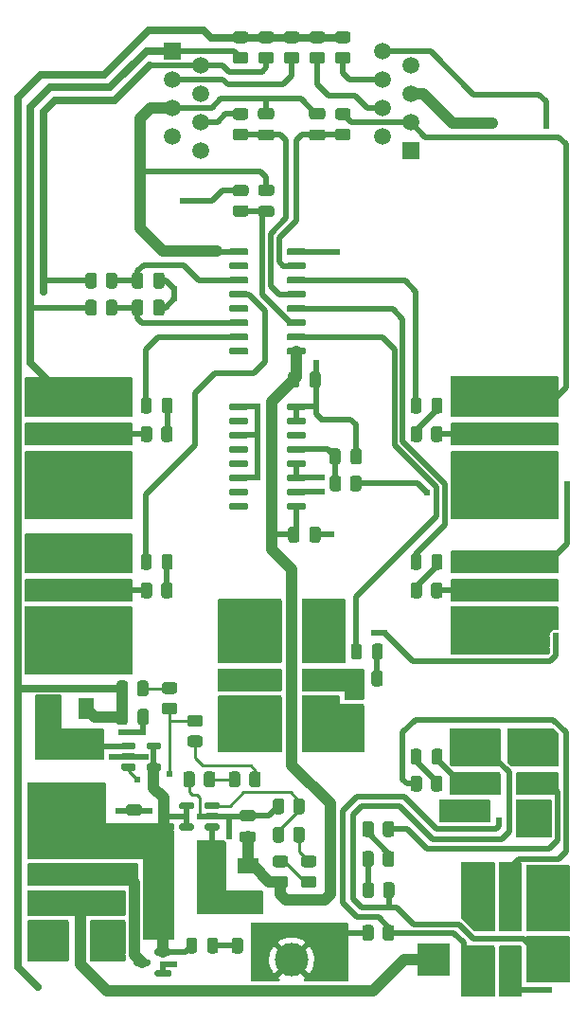
<source format=gtl>
G04 #@! TF.GenerationSoftware,KiCad,Pcbnew,6.0.10-86aedd382b~118~ubuntu18.04.1*
G04 #@! TF.CreationDate,2024-08-26T14:05:47-06:00*
G04 #@! TF.ProjectId,mss-debug,6d73732d-6465-4627-9567-2e6b69636164,rev?*
G04 #@! TF.SameCoordinates,Original*
G04 #@! TF.FileFunction,Copper,L1,Top*
G04 #@! TF.FilePolarity,Positive*
%FSLAX46Y46*%
G04 Gerber Fmt 4.6, Leading zero omitted, Abs format (unit mm)*
G04 Created by KiCad (PCBNEW 6.0.10-86aedd382b~118~ubuntu18.04.1) date 2024-08-26 14:05:47*
%MOMM*%
%LPD*%
G01*
G04 APERTURE LIST*
G04 #@! TA.AperFunction,SMDPad,CuDef*
%ADD10R,1.193800X2.489200*%
G04 #@! TD*
G04 #@! TA.AperFunction,SMDPad,CuDef*
%ADD11R,2.489200X1.193800*%
G04 #@! TD*
G04 #@! TA.AperFunction,SMDPad,CuDef*
%ADD12R,5.562600X2.108200*%
G04 #@! TD*
G04 #@! TA.AperFunction,SMDPad,CuDef*
%ADD13R,1.400000X1.900000*%
G04 #@! TD*
G04 #@! TA.AperFunction,SMDPad,CuDef*
%ADD14R,1.900000X1.400000*%
G04 #@! TD*
G04 #@! TA.AperFunction,SMDPad,CuDef*
%ADD15R,2.108200X5.562600*%
G04 #@! TD*
G04 #@! TA.AperFunction,ComponentPad*
%ADD16R,1.500000X1.500000*%
G04 #@! TD*
G04 #@! TA.AperFunction,ComponentPad*
%ADD17C,1.500000*%
G04 #@! TD*
G04 #@! TA.AperFunction,ComponentPad*
%ADD18R,3.000000X3.000000*%
G04 #@! TD*
G04 #@! TA.AperFunction,ComponentPad*
%ADD19C,3.000000*%
G04 #@! TD*
G04 #@! TA.AperFunction,ViaPad*
%ADD20C,0.609600*%
G04 #@! TD*
G04 #@! TA.AperFunction,Conductor*
%ADD21C,1.016000*%
G04 #@! TD*
G04 #@! TA.AperFunction,Conductor*
%ADD22C,0.508000*%
G04 #@! TD*
G04 #@! TA.AperFunction,Conductor*
%ADD23C,0.254000*%
G04 #@! TD*
G04 #@! TA.AperFunction,Conductor*
%ADD24C,0.635000*%
G04 #@! TD*
G04 APERTURE END LIST*
G04 #@! TA.AperFunction,SMDPad,CuDef*
G36*
G01*
X45184000Y-172281000D02*
X45184000Y-171381000D01*
G75*
G02*
X45434000Y-171131000I250000J0D01*
G01*
X45959000Y-171131000D01*
G75*
G02*
X46209000Y-171381000I0J-250000D01*
G01*
X46209000Y-172281000D01*
G75*
G02*
X45959000Y-172531000I-250000J0D01*
G01*
X45434000Y-172531000D01*
G75*
G02*
X45184000Y-172281000I0J250000D01*
G01*
G37*
G04 #@! TD.AperFunction*
G04 #@! TA.AperFunction,SMDPad,CuDef*
G36*
G01*
X47009000Y-172281000D02*
X47009000Y-171381000D01*
G75*
G02*
X47259000Y-171131000I250000J0D01*
G01*
X47784000Y-171131000D01*
G75*
G02*
X48034000Y-171381000I0J-250000D01*
G01*
X48034000Y-172281000D01*
G75*
G02*
X47784000Y-172531000I-250000J0D01*
G01*
X47259000Y-172531000D01*
G75*
G02*
X47009000Y-172281000I0J250000D01*
G01*
G37*
G04 #@! TD.AperFunction*
G04 #@! TA.AperFunction,SMDPad,CuDef*
G36*
G01*
X51874000Y-178661000D02*
X52774000Y-178661000D01*
G75*
G02*
X53024000Y-178911000I0J-250000D01*
G01*
X53024000Y-179436000D01*
G75*
G02*
X52774000Y-179686000I-250000J0D01*
G01*
X51874000Y-179686000D01*
G75*
G02*
X51624000Y-179436000I0J250000D01*
G01*
X51624000Y-178911000D01*
G75*
G02*
X51874000Y-178661000I250000J0D01*
G01*
G37*
G04 #@! TD.AperFunction*
G04 #@! TA.AperFunction,SMDPad,CuDef*
G36*
G01*
X51874000Y-180486000D02*
X52774000Y-180486000D01*
G75*
G02*
X53024000Y-180736000I0J-250000D01*
G01*
X53024000Y-181261000D01*
G75*
G02*
X52774000Y-181511000I-250000J0D01*
G01*
X51874000Y-181511000D01*
G75*
G02*
X51624000Y-181261000I0J250000D01*
G01*
X51624000Y-180736000D01*
G75*
G02*
X51874000Y-180486000I250000J0D01*
G01*
G37*
G04 #@! TD.AperFunction*
G04 #@! TA.AperFunction,SMDPad,CuDef*
G36*
G01*
X35126000Y-166718000D02*
X35126000Y-165768000D01*
G75*
G02*
X35376000Y-165518000I250000J0D01*
G01*
X35876000Y-165518000D01*
G75*
G02*
X36126000Y-165768000I0J-250000D01*
G01*
X36126000Y-166718000D01*
G75*
G02*
X35876000Y-166968000I-250000J0D01*
G01*
X35376000Y-166968000D01*
G75*
G02*
X35126000Y-166718000I0J250000D01*
G01*
G37*
G04 #@! TD.AperFunction*
G04 #@! TA.AperFunction,SMDPad,CuDef*
G36*
G01*
X37026000Y-166718000D02*
X37026000Y-165768000D01*
G75*
G02*
X37276000Y-165518000I250000J0D01*
G01*
X37776000Y-165518000D01*
G75*
G02*
X38026000Y-165768000I0J-250000D01*
G01*
X38026000Y-166718000D01*
G75*
G02*
X37776000Y-166968000I-250000J0D01*
G01*
X37276000Y-166968000D01*
G75*
G02*
X37026000Y-166718000I0J250000D01*
G01*
G37*
G04 #@! TD.AperFunction*
G04 #@! TA.AperFunction,SMDPad,CuDef*
G36*
G01*
X35538000Y-168999000D02*
X35538000Y-168699000D01*
G75*
G02*
X35688000Y-168549000I150000J0D01*
G01*
X36713000Y-168549000D01*
G75*
G02*
X36863000Y-168699000I0J-150000D01*
G01*
X36863000Y-168999000D01*
G75*
G02*
X36713000Y-169149000I-150000J0D01*
G01*
X35688000Y-169149000D01*
G75*
G02*
X35538000Y-168999000I0J150000D01*
G01*
G37*
G04 #@! TD.AperFunction*
G04 #@! TA.AperFunction,SMDPad,CuDef*
G36*
G01*
X35538000Y-169949000D02*
X35538000Y-169649000D01*
G75*
G02*
X35688000Y-169499000I150000J0D01*
G01*
X36713000Y-169499000D01*
G75*
G02*
X36863000Y-169649000I0J-150000D01*
G01*
X36863000Y-169949000D01*
G75*
G02*
X36713000Y-170099000I-150000J0D01*
G01*
X35688000Y-170099000D01*
G75*
G02*
X35538000Y-169949000I0J150000D01*
G01*
G37*
G04 #@! TD.AperFunction*
G04 #@! TA.AperFunction,SMDPad,CuDef*
G36*
G01*
X35538000Y-170899000D02*
X35538000Y-170599000D01*
G75*
G02*
X35688000Y-170449000I150000J0D01*
G01*
X36713000Y-170449000D01*
G75*
G02*
X36863000Y-170599000I0J-150000D01*
G01*
X36863000Y-170899000D01*
G75*
G02*
X36713000Y-171049000I-150000J0D01*
G01*
X35688000Y-171049000D01*
G75*
G02*
X35538000Y-170899000I0J150000D01*
G01*
G37*
G04 #@! TD.AperFunction*
G04 #@! TA.AperFunction,SMDPad,CuDef*
G36*
G01*
X37813000Y-170899000D02*
X37813000Y-170599000D01*
G75*
G02*
X37963000Y-170449000I150000J0D01*
G01*
X38988000Y-170449000D01*
G75*
G02*
X39138000Y-170599000I0J-150000D01*
G01*
X39138000Y-170899000D01*
G75*
G02*
X38988000Y-171049000I-150000J0D01*
G01*
X37963000Y-171049000D01*
G75*
G02*
X37813000Y-170899000I0J150000D01*
G01*
G37*
G04 #@! TD.AperFunction*
G04 #@! TA.AperFunction,SMDPad,CuDef*
G36*
G01*
X37813000Y-168999000D02*
X37813000Y-168699000D01*
G75*
G02*
X37963000Y-168549000I150000J0D01*
G01*
X38988000Y-168549000D01*
G75*
G02*
X39138000Y-168699000I0J-150000D01*
G01*
X39138000Y-168999000D01*
G75*
G02*
X38988000Y-169149000I-150000J0D01*
G01*
X37963000Y-169149000D01*
G75*
G02*
X37813000Y-168999000I0J150000D01*
G01*
G37*
G04 #@! TD.AperFunction*
G04 #@! TA.AperFunction,SMDPad,CuDef*
G36*
G01*
X49007750Y-121568500D02*
X48057750Y-121568500D01*
G75*
G02*
X47807750Y-121318500I0J250000D01*
G01*
X47807750Y-120818500D01*
G75*
G02*
X48057750Y-120568500I250000J0D01*
G01*
X49007750Y-120568500D01*
G75*
G02*
X49257750Y-120818500I0J-250000D01*
G01*
X49257750Y-121318500D01*
G75*
G02*
X49007750Y-121568500I-250000J0D01*
G01*
G37*
G04 #@! TD.AperFunction*
G04 #@! TA.AperFunction,SMDPad,CuDef*
G36*
G01*
X49007750Y-119668500D02*
X48057750Y-119668500D01*
G75*
G02*
X47807750Y-119418500I0J250000D01*
G01*
X47807750Y-118918500D01*
G75*
G02*
X48057750Y-118668500I250000J0D01*
G01*
X49007750Y-118668500D01*
G75*
G02*
X49257750Y-118918500I0J-250000D01*
G01*
X49257750Y-119418500D01*
G75*
G02*
X49007750Y-119668500I-250000J0D01*
G01*
G37*
G04 #@! TD.AperFunction*
G04 #@! TA.AperFunction,SMDPad,CuDef*
G36*
G01*
X52091000Y-147264000D02*
X52091000Y-147564000D01*
G75*
G02*
X51941000Y-147714000I-150000J0D01*
G01*
X50491000Y-147714000D01*
G75*
G02*
X50341000Y-147564000I0J150000D01*
G01*
X50341000Y-147264000D01*
G75*
G02*
X50491000Y-147114000I150000J0D01*
G01*
X51941000Y-147114000D01*
G75*
G02*
X52091000Y-147264000I0J-150000D01*
G01*
G37*
G04 #@! TD.AperFunction*
G04 #@! TA.AperFunction,SMDPad,CuDef*
G36*
G01*
X52091000Y-145994000D02*
X52091000Y-146294000D01*
G75*
G02*
X51941000Y-146444000I-150000J0D01*
G01*
X50491000Y-146444000D01*
G75*
G02*
X50341000Y-146294000I0J150000D01*
G01*
X50341000Y-145994000D01*
G75*
G02*
X50491000Y-145844000I150000J0D01*
G01*
X51941000Y-145844000D01*
G75*
G02*
X52091000Y-145994000I0J-150000D01*
G01*
G37*
G04 #@! TD.AperFunction*
G04 #@! TA.AperFunction,SMDPad,CuDef*
G36*
G01*
X52091000Y-144724000D02*
X52091000Y-145024000D01*
G75*
G02*
X51941000Y-145174000I-150000J0D01*
G01*
X50491000Y-145174000D01*
G75*
G02*
X50341000Y-145024000I0J150000D01*
G01*
X50341000Y-144724000D01*
G75*
G02*
X50491000Y-144574000I150000J0D01*
G01*
X51941000Y-144574000D01*
G75*
G02*
X52091000Y-144724000I0J-150000D01*
G01*
G37*
G04 #@! TD.AperFunction*
G04 #@! TA.AperFunction,SMDPad,CuDef*
G36*
G01*
X52091000Y-143454000D02*
X52091000Y-143754000D01*
G75*
G02*
X51941000Y-143904000I-150000J0D01*
G01*
X50491000Y-143904000D01*
G75*
G02*
X50341000Y-143754000I0J150000D01*
G01*
X50341000Y-143454000D01*
G75*
G02*
X50491000Y-143304000I150000J0D01*
G01*
X51941000Y-143304000D01*
G75*
G02*
X52091000Y-143454000I0J-150000D01*
G01*
G37*
G04 #@! TD.AperFunction*
G04 #@! TA.AperFunction,SMDPad,CuDef*
G36*
G01*
X52091000Y-142184000D02*
X52091000Y-142484000D01*
G75*
G02*
X51941000Y-142634000I-150000J0D01*
G01*
X50491000Y-142634000D01*
G75*
G02*
X50341000Y-142484000I0J150000D01*
G01*
X50341000Y-142184000D01*
G75*
G02*
X50491000Y-142034000I150000J0D01*
G01*
X51941000Y-142034000D01*
G75*
G02*
X52091000Y-142184000I0J-150000D01*
G01*
G37*
G04 #@! TD.AperFunction*
G04 #@! TA.AperFunction,SMDPad,CuDef*
G36*
G01*
X52091000Y-140914000D02*
X52091000Y-141214000D01*
G75*
G02*
X51941000Y-141364000I-150000J0D01*
G01*
X50491000Y-141364000D01*
G75*
G02*
X50341000Y-141214000I0J150000D01*
G01*
X50341000Y-140914000D01*
G75*
G02*
X50491000Y-140764000I150000J0D01*
G01*
X51941000Y-140764000D01*
G75*
G02*
X52091000Y-140914000I0J-150000D01*
G01*
G37*
G04 #@! TD.AperFunction*
G04 #@! TA.AperFunction,SMDPad,CuDef*
G36*
G01*
X52091000Y-139644000D02*
X52091000Y-139944000D01*
G75*
G02*
X51941000Y-140094000I-150000J0D01*
G01*
X50491000Y-140094000D01*
G75*
G02*
X50341000Y-139944000I0J150000D01*
G01*
X50341000Y-139644000D01*
G75*
G02*
X50491000Y-139494000I150000J0D01*
G01*
X51941000Y-139494000D01*
G75*
G02*
X52091000Y-139644000I0J-150000D01*
G01*
G37*
G04 #@! TD.AperFunction*
G04 #@! TA.AperFunction,SMDPad,CuDef*
G36*
G01*
X52091000Y-138374000D02*
X52091000Y-138674000D01*
G75*
G02*
X51941000Y-138824000I-150000J0D01*
G01*
X50491000Y-138824000D01*
G75*
G02*
X50341000Y-138674000I0J150000D01*
G01*
X50341000Y-138374000D01*
G75*
G02*
X50491000Y-138224000I150000J0D01*
G01*
X51941000Y-138224000D01*
G75*
G02*
X52091000Y-138374000I0J-150000D01*
G01*
G37*
G04 #@! TD.AperFunction*
G04 #@! TA.AperFunction,SMDPad,CuDef*
G36*
G01*
X46941000Y-138374000D02*
X46941000Y-138674000D01*
G75*
G02*
X46791000Y-138824000I-150000J0D01*
G01*
X45341000Y-138824000D01*
G75*
G02*
X45191000Y-138674000I0J150000D01*
G01*
X45191000Y-138374000D01*
G75*
G02*
X45341000Y-138224000I150000J0D01*
G01*
X46791000Y-138224000D01*
G75*
G02*
X46941000Y-138374000I0J-150000D01*
G01*
G37*
G04 #@! TD.AperFunction*
G04 #@! TA.AperFunction,SMDPad,CuDef*
G36*
G01*
X46941000Y-139644000D02*
X46941000Y-139944000D01*
G75*
G02*
X46791000Y-140094000I-150000J0D01*
G01*
X45341000Y-140094000D01*
G75*
G02*
X45191000Y-139944000I0J150000D01*
G01*
X45191000Y-139644000D01*
G75*
G02*
X45341000Y-139494000I150000J0D01*
G01*
X46791000Y-139494000D01*
G75*
G02*
X46941000Y-139644000I0J-150000D01*
G01*
G37*
G04 #@! TD.AperFunction*
G04 #@! TA.AperFunction,SMDPad,CuDef*
G36*
G01*
X46941000Y-140914000D02*
X46941000Y-141214000D01*
G75*
G02*
X46791000Y-141364000I-150000J0D01*
G01*
X45341000Y-141364000D01*
G75*
G02*
X45191000Y-141214000I0J150000D01*
G01*
X45191000Y-140914000D01*
G75*
G02*
X45341000Y-140764000I150000J0D01*
G01*
X46791000Y-140764000D01*
G75*
G02*
X46941000Y-140914000I0J-150000D01*
G01*
G37*
G04 #@! TD.AperFunction*
G04 #@! TA.AperFunction,SMDPad,CuDef*
G36*
G01*
X46941000Y-142184000D02*
X46941000Y-142484000D01*
G75*
G02*
X46791000Y-142634000I-150000J0D01*
G01*
X45341000Y-142634000D01*
G75*
G02*
X45191000Y-142484000I0J150000D01*
G01*
X45191000Y-142184000D01*
G75*
G02*
X45341000Y-142034000I150000J0D01*
G01*
X46791000Y-142034000D01*
G75*
G02*
X46941000Y-142184000I0J-150000D01*
G01*
G37*
G04 #@! TD.AperFunction*
G04 #@! TA.AperFunction,SMDPad,CuDef*
G36*
G01*
X46941000Y-143454000D02*
X46941000Y-143754000D01*
G75*
G02*
X46791000Y-143904000I-150000J0D01*
G01*
X45341000Y-143904000D01*
G75*
G02*
X45191000Y-143754000I0J150000D01*
G01*
X45191000Y-143454000D01*
G75*
G02*
X45341000Y-143304000I150000J0D01*
G01*
X46791000Y-143304000D01*
G75*
G02*
X46941000Y-143454000I0J-150000D01*
G01*
G37*
G04 #@! TD.AperFunction*
G04 #@! TA.AperFunction,SMDPad,CuDef*
G36*
G01*
X46941000Y-144724000D02*
X46941000Y-145024000D01*
G75*
G02*
X46791000Y-145174000I-150000J0D01*
G01*
X45341000Y-145174000D01*
G75*
G02*
X45191000Y-145024000I0J150000D01*
G01*
X45191000Y-144724000D01*
G75*
G02*
X45341000Y-144574000I150000J0D01*
G01*
X46791000Y-144574000D01*
G75*
G02*
X46941000Y-144724000I0J-150000D01*
G01*
G37*
G04 #@! TD.AperFunction*
G04 #@! TA.AperFunction,SMDPad,CuDef*
G36*
G01*
X46941000Y-145994000D02*
X46941000Y-146294000D01*
G75*
G02*
X46791000Y-146444000I-150000J0D01*
G01*
X45341000Y-146444000D01*
G75*
G02*
X45191000Y-146294000I0J150000D01*
G01*
X45191000Y-145994000D01*
G75*
G02*
X45341000Y-145844000I150000J0D01*
G01*
X46791000Y-145844000D01*
G75*
G02*
X46941000Y-145994000I0J-150000D01*
G01*
G37*
G04 #@! TD.AperFunction*
G04 #@! TA.AperFunction,SMDPad,CuDef*
G36*
G01*
X46941000Y-147264000D02*
X46941000Y-147564000D01*
G75*
G02*
X46791000Y-147714000I-150000J0D01*
G01*
X45341000Y-147714000D01*
G75*
G02*
X45191000Y-147564000I0J150000D01*
G01*
X45191000Y-147264000D01*
G75*
G02*
X45341000Y-147114000I150000J0D01*
G01*
X46791000Y-147114000D01*
G75*
G02*
X46941000Y-147264000I0J-150000D01*
G01*
G37*
G04 #@! TD.AperFunction*
G04 #@! TA.AperFunction,SMDPad,CuDef*
G36*
G01*
X50493000Y-136586000D02*
X50493000Y-135636000D01*
G75*
G02*
X50743000Y-135386000I250000J0D01*
G01*
X51243000Y-135386000D01*
G75*
G02*
X51493000Y-135636000I0J-250000D01*
G01*
X51493000Y-136586000D01*
G75*
G02*
X51243000Y-136836000I-250000J0D01*
G01*
X50743000Y-136836000D01*
G75*
G02*
X50493000Y-136586000I0J250000D01*
G01*
G37*
G04 #@! TD.AperFunction*
G04 #@! TA.AperFunction,SMDPad,CuDef*
G36*
G01*
X52393000Y-136586000D02*
X52393000Y-135636000D01*
G75*
G02*
X52643000Y-135386000I250000J0D01*
G01*
X53143000Y-135386000D01*
G75*
G02*
X53393000Y-135636000I0J-250000D01*
G01*
X53393000Y-136586000D01*
G75*
G02*
X53143000Y-136836000I-250000J0D01*
G01*
X52643000Y-136836000D01*
G75*
G02*
X52393000Y-136586000I0J250000D01*
G01*
G37*
G04 #@! TD.AperFunction*
G04 #@! TA.AperFunction,SMDPad,CuDef*
G36*
G01*
X64290000Y-171762000D02*
X64290000Y-172662000D01*
G75*
G02*
X64040000Y-172912000I-250000J0D01*
G01*
X63515000Y-172912000D01*
G75*
G02*
X63265000Y-172662000I0J250000D01*
G01*
X63265000Y-171762000D01*
G75*
G02*
X63515000Y-171512000I250000J0D01*
G01*
X64040000Y-171512000D01*
G75*
G02*
X64290000Y-171762000I0J-250000D01*
G01*
G37*
G04 #@! TD.AperFunction*
G04 #@! TA.AperFunction,SMDPad,CuDef*
G36*
G01*
X62465000Y-171762000D02*
X62465000Y-172662000D01*
G75*
G02*
X62215000Y-172912000I-250000J0D01*
G01*
X61690000Y-172912000D01*
G75*
G02*
X61440000Y-172662000I0J250000D01*
G01*
X61440000Y-171762000D01*
G75*
G02*
X61690000Y-171512000I250000J0D01*
G01*
X62215000Y-171512000D01*
G75*
G02*
X62465000Y-171762000I0J-250000D01*
G01*
G37*
G04 #@! TD.AperFunction*
G04 #@! TA.AperFunction,SMDPad,CuDef*
G36*
G01*
X55822000Y-114709000D02*
X54922000Y-114709000D01*
G75*
G02*
X54672000Y-114459000I0J250000D01*
G01*
X54672000Y-113934000D01*
G75*
G02*
X54922000Y-113684000I250000J0D01*
G01*
X55822000Y-113684000D01*
G75*
G02*
X56072000Y-113934000I0J-250000D01*
G01*
X56072000Y-114459000D01*
G75*
G02*
X55822000Y-114709000I-250000J0D01*
G01*
G37*
G04 #@! TD.AperFunction*
G04 #@! TA.AperFunction,SMDPad,CuDef*
G36*
G01*
X55822000Y-112884000D02*
X54922000Y-112884000D01*
G75*
G02*
X54672000Y-112634000I0J250000D01*
G01*
X54672000Y-112109000D01*
G75*
G02*
X54922000Y-111859000I250000J0D01*
G01*
X55822000Y-111859000D01*
G75*
G02*
X56072000Y-112109000I0J-250000D01*
G01*
X56072000Y-112634000D01*
G75*
G02*
X55822000Y-112884000I-250000J0D01*
G01*
G37*
G04 #@! TD.AperFunction*
D10*
X72858000Y-182664100D03*
X70358000Y-182664100D03*
X67858000Y-182664100D03*
X72858000Y-188175900D03*
X70358000Y-188175900D03*
X67858000Y-188175900D03*
G04 #@! TA.AperFunction,SMDPad,CuDef*
G36*
G01*
X54201000Y-145832000D02*
X54201000Y-144932000D01*
G75*
G02*
X54451000Y-144682000I250000J0D01*
G01*
X54976000Y-144682000D01*
G75*
G02*
X55226000Y-144932000I0J-250000D01*
G01*
X55226000Y-145832000D01*
G75*
G02*
X54976000Y-146082000I-250000J0D01*
G01*
X54451000Y-146082000D01*
G75*
G02*
X54201000Y-145832000I0J250000D01*
G01*
G37*
G04 #@! TD.AperFunction*
G04 #@! TA.AperFunction,SMDPad,CuDef*
G36*
G01*
X56026000Y-145832000D02*
X56026000Y-144932000D01*
G75*
G02*
X56276000Y-144682000I250000J0D01*
G01*
X56801000Y-144682000D01*
G75*
G02*
X57051000Y-144932000I0J-250000D01*
G01*
X57051000Y-145832000D01*
G75*
G02*
X56801000Y-146082000I-250000J0D01*
G01*
X56276000Y-146082000D01*
G75*
G02*
X56026000Y-145832000I0J250000D01*
G01*
G37*
G04 #@! TD.AperFunction*
D11*
X28994100Y-180380000D03*
X28994100Y-182880000D03*
X28994100Y-185380000D03*
X34505900Y-180380000D03*
X34505900Y-182880000D03*
X34505900Y-185380000D03*
G04 #@! TA.AperFunction,SMDPad,CuDef*
G36*
G01*
X58956000Y-159944750D02*
X58956000Y-160857250D01*
G75*
G02*
X58712250Y-161101000I-243750J0D01*
G01*
X58224750Y-161101000D01*
G75*
G02*
X57981000Y-160857250I0J243750D01*
G01*
X57981000Y-159944750D01*
G75*
G02*
X58224750Y-159701000I243750J0D01*
G01*
X58712250Y-159701000D01*
G75*
G02*
X58956000Y-159944750I0J-243750D01*
G01*
G37*
G04 #@! TD.AperFunction*
G04 #@! TA.AperFunction,SMDPad,CuDef*
G36*
G01*
X57081000Y-159944750D02*
X57081000Y-160857250D01*
G75*
G02*
X56837250Y-161101000I-243750J0D01*
G01*
X56349750Y-161101000D01*
G75*
G02*
X56106000Y-160857250I0J243750D01*
G01*
X56106000Y-159944750D01*
G75*
G02*
X56349750Y-159701000I243750J0D01*
G01*
X56837250Y-159701000D01*
G75*
G02*
X57081000Y-159944750I0J-243750D01*
G01*
G37*
G04 #@! TD.AperFunction*
G04 #@! TA.AperFunction,SMDPad,CuDef*
G36*
G01*
X52091000Y-133421000D02*
X52091000Y-133721000D01*
G75*
G02*
X51941000Y-133871000I-150000J0D01*
G01*
X50491000Y-133871000D01*
G75*
G02*
X50341000Y-133721000I0J150000D01*
G01*
X50341000Y-133421000D01*
G75*
G02*
X50491000Y-133271000I150000J0D01*
G01*
X51941000Y-133271000D01*
G75*
G02*
X52091000Y-133421000I0J-150000D01*
G01*
G37*
G04 #@! TD.AperFunction*
G04 #@! TA.AperFunction,SMDPad,CuDef*
G36*
G01*
X52091000Y-132151000D02*
X52091000Y-132451000D01*
G75*
G02*
X51941000Y-132601000I-150000J0D01*
G01*
X50491000Y-132601000D01*
G75*
G02*
X50341000Y-132451000I0J150000D01*
G01*
X50341000Y-132151000D01*
G75*
G02*
X50491000Y-132001000I150000J0D01*
G01*
X51941000Y-132001000D01*
G75*
G02*
X52091000Y-132151000I0J-150000D01*
G01*
G37*
G04 #@! TD.AperFunction*
G04 #@! TA.AperFunction,SMDPad,CuDef*
G36*
G01*
X52091000Y-130881000D02*
X52091000Y-131181000D01*
G75*
G02*
X51941000Y-131331000I-150000J0D01*
G01*
X50491000Y-131331000D01*
G75*
G02*
X50341000Y-131181000I0J150000D01*
G01*
X50341000Y-130881000D01*
G75*
G02*
X50491000Y-130731000I150000J0D01*
G01*
X51941000Y-130731000D01*
G75*
G02*
X52091000Y-130881000I0J-150000D01*
G01*
G37*
G04 #@! TD.AperFunction*
G04 #@! TA.AperFunction,SMDPad,CuDef*
G36*
G01*
X52091000Y-129611000D02*
X52091000Y-129911000D01*
G75*
G02*
X51941000Y-130061000I-150000J0D01*
G01*
X50491000Y-130061000D01*
G75*
G02*
X50341000Y-129911000I0J150000D01*
G01*
X50341000Y-129611000D01*
G75*
G02*
X50491000Y-129461000I150000J0D01*
G01*
X51941000Y-129461000D01*
G75*
G02*
X52091000Y-129611000I0J-150000D01*
G01*
G37*
G04 #@! TD.AperFunction*
G04 #@! TA.AperFunction,SMDPad,CuDef*
G36*
G01*
X52091000Y-128341000D02*
X52091000Y-128641000D01*
G75*
G02*
X51941000Y-128791000I-150000J0D01*
G01*
X50491000Y-128791000D01*
G75*
G02*
X50341000Y-128641000I0J150000D01*
G01*
X50341000Y-128341000D01*
G75*
G02*
X50491000Y-128191000I150000J0D01*
G01*
X51941000Y-128191000D01*
G75*
G02*
X52091000Y-128341000I0J-150000D01*
G01*
G37*
G04 #@! TD.AperFunction*
G04 #@! TA.AperFunction,SMDPad,CuDef*
G36*
G01*
X52091000Y-127071000D02*
X52091000Y-127371000D01*
G75*
G02*
X51941000Y-127521000I-150000J0D01*
G01*
X50491000Y-127521000D01*
G75*
G02*
X50341000Y-127371000I0J150000D01*
G01*
X50341000Y-127071000D01*
G75*
G02*
X50491000Y-126921000I150000J0D01*
G01*
X51941000Y-126921000D01*
G75*
G02*
X52091000Y-127071000I0J-150000D01*
G01*
G37*
G04 #@! TD.AperFunction*
G04 #@! TA.AperFunction,SMDPad,CuDef*
G36*
G01*
X52091000Y-125801000D02*
X52091000Y-126101000D01*
G75*
G02*
X51941000Y-126251000I-150000J0D01*
G01*
X50491000Y-126251000D01*
G75*
G02*
X50341000Y-126101000I0J150000D01*
G01*
X50341000Y-125801000D01*
G75*
G02*
X50491000Y-125651000I150000J0D01*
G01*
X51941000Y-125651000D01*
G75*
G02*
X52091000Y-125801000I0J-150000D01*
G01*
G37*
G04 #@! TD.AperFunction*
G04 #@! TA.AperFunction,SMDPad,CuDef*
G36*
G01*
X52091000Y-124531000D02*
X52091000Y-124831000D01*
G75*
G02*
X51941000Y-124981000I-150000J0D01*
G01*
X50491000Y-124981000D01*
G75*
G02*
X50341000Y-124831000I0J150000D01*
G01*
X50341000Y-124531000D01*
G75*
G02*
X50491000Y-124381000I150000J0D01*
G01*
X51941000Y-124381000D01*
G75*
G02*
X52091000Y-124531000I0J-150000D01*
G01*
G37*
G04 #@! TD.AperFunction*
G04 #@! TA.AperFunction,SMDPad,CuDef*
G36*
G01*
X46941000Y-124531000D02*
X46941000Y-124831000D01*
G75*
G02*
X46791000Y-124981000I-150000J0D01*
G01*
X45341000Y-124981000D01*
G75*
G02*
X45191000Y-124831000I0J150000D01*
G01*
X45191000Y-124531000D01*
G75*
G02*
X45341000Y-124381000I150000J0D01*
G01*
X46791000Y-124381000D01*
G75*
G02*
X46941000Y-124531000I0J-150000D01*
G01*
G37*
G04 #@! TD.AperFunction*
G04 #@! TA.AperFunction,SMDPad,CuDef*
G36*
G01*
X46941000Y-125801000D02*
X46941000Y-126101000D01*
G75*
G02*
X46791000Y-126251000I-150000J0D01*
G01*
X45341000Y-126251000D01*
G75*
G02*
X45191000Y-126101000I0J150000D01*
G01*
X45191000Y-125801000D01*
G75*
G02*
X45341000Y-125651000I150000J0D01*
G01*
X46791000Y-125651000D01*
G75*
G02*
X46941000Y-125801000I0J-150000D01*
G01*
G37*
G04 #@! TD.AperFunction*
G04 #@! TA.AperFunction,SMDPad,CuDef*
G36*
G01*
X46941000Y-127071000D02*
X46941000Y-127371000D01*
G75*
G02*
X46791000Y-127521000I-150000J0D01*
G01*
X45341000Y-127521000D01*
G75*
G02*
X45191000Y-127371000I0J150000D01*
G01*
X45191000Y-127071000D01*
G75*
G02*
X45341000Y-126921000I150000J0D01*
G01*
X46791000Y-126921000D01*
G75*
G02*
X46941000Y-127071000I0J-150000D01*
G01*
G37*
G04 #@! TD.AperFunction*
G04 #@! TA.AperFunction,SMDPad,CuDef*
G36*
G01*
X46941000Y-128341000D02*
X46941000Y-128641000D01*
G75*
G02*
X46791000Y-128791000I-150000J0D01*
G01*
X45341000Y-128791000D01*
G75*
G02*
X45191000Y-128641000I0J150000D01*
G01*
X45191000Y-128341000D01*
G75*
G02*
X45341000Y-128191000I150000J0D01*
G01*
X46791000Y-128191000D01*
G75*
G02*
X46941000Y-128341000I0J-150000D01*
G01*
G37*
G04 #@! TD.AperFunction*
G04 #@! TA.AperFunction,SMDPad,CuDef*
G36*
G01*
X46941000Y-129611000D02*
X46941000Y-129911000D01*
G75*
G02*
X46791000Y-130061000I-150000J0D01*
G01*
X45341000Y-130061000D01*
G75*
G02*
X45191000Y-129911000I0J150000D01*
G01*
X45191000Y-129611000D01*
G75*
G02*
X45341000Y-129461000I150000J0D01*
G01*
X46791000Y-129461000D01*
G75*
G02*
X46941000Y-129611000I0J-150000D01*
G01*
G37*
G04 #@! TD.AperFunction*
G04 #@! TA.AperFunction,SMDPad,CuDef*
G36*
G01*
X46941000Y-130881000D02*
X46941000Y-131181000D01*
G75*
G02*
X46791000Y-131331000I-150000J0D01*
G01*
X45341000Y-131331000D01*
G75*
G02*
X45191000Y-131181000I0J150000D01*
G01*
X45191000Y-130881000D01*
G75*
G02*
X45341000Y-130731000I150000J0D01*
G01*
X46791000Y-130731000D01*
G75*
G02*
X46941000Y-130881000I0J-150000D01*
G01*
G37*
G04 #@! TD.AperFunction*
G04 #@! TA.AperFunction,SMDPad,CuDef*
G36*
G01*
X46941000Y-132151000D02*
X46941000Y-132451000D01*
G75*
G02*
X46791000Y-132601000I-150000J0D01*
G01*
X45341000Y-132601000D01*
G75*
G02*
X45191000Y-132451000I0J150000D01*
G01*
X45191000Y-132151000D01*
G75*
G02*
X45341000Y-132001000I150000J0D01*
G01*
X46791000Y-132001000D01*
G75*
G02*
X46941000Y-132151000I0J-150000D01*
G01*
G37*
G04 #@! TD.AperFunction*
G04 #@! TA.AperFunction,SMDPad,CuDef*
G36*
G01*
X46941000Y-133421000D02*
X46941000Y-133721000D01*
G75*
G02*
X46791000Y-133871000I-150000J0D01*
G01*
X45341000Y-133871000D01*
G75*
G02*
X45191000Y-133721000I0J150000D01*
G01*
X45191000Y-133421000D01*
G75*
G02*
X45341000Y-133271000I150000J0D01*
G01*
X46791000Y-133271000D01*
G75*
G02*
X46941000Y-133421000I0J-150000D01*
G01*
G37*
G04 #@! TD.AperFunction*
G04 #@! TA.AperFunction,SMDPad,CuDef*
G36*
G01*
X55822000Y-107851000D02*
X54922000Y-107851000D01*
G75*
G02*
X54672000Y-107601000I0J250000D01*
G01*
X54672000Y-107076000D01*
G75*
G02*
X54922000Y-106826000I250000J0D01*
G01*
X55822000Y-106826000D01*
G75*
G02*
X56072000Y-107076000I0J-250000D01*
G01*
X56072000Y-107601000D01*
G75*
G02*
X55822000Y-107851000I-250000J0D01*
G01*
G37*
G04 #@! TD.AperFunction*
G04 #@! TA.AperFunction,SMDPad,CuDef*
G36*
G01*
X55822000Y-106026000D02*
X54922000Y-106026000D01*
G75*
G02*
X54672000Y-105776000I0J250000D01*
G01*
X54672000Y-105251000D01*
G75*
G02*
X54922000Y-105001000I250000J0D01*
G01*
X55822000Y-105001000D01*
G75*
G02*
X56072000Y-105251000I0J-250000D01*
G01*
X56072000Y-105776000D01*
G75*
G02*
X55822000Y-106026000I-250000J0D01*
G01*
G37*
G04 #@! TD.AperFunction*
X28994100Y-138470000D03*
X28994100Y-140970000D03*
X28994100Y-143470000D03*
X34505900Y-138470000D03*
X34505900Y-140970000D03*
X34505900Y-143470000D03*
G04 #@! TA.AperFunction,SMDPad,CuDef*
G36*
G01*
X41120000Y-172281000D02*
X41120000Y-171381000D01*
G75*
G02*
X41370000Y-171131000I250000J0D01*
G01*
X41895000Y-171131000D01*
G75*
G02*
X42145000Y-171381000I0J-250000D01*
G01*
X42145000Y-172281000D01*
G75*
G02*
X41895000Y-172531000I-250000J0D01*
G01*
X41370000Y-172531000D01*
G75*
G02*
X41120000Y-172281000I0J250000D01*
G01*
G37*
G04 #@! TD.AperFunction*
G04 #@! TA.AperFunction,SMDPad,CuDef*
G36*
G01*
X42945000Y-172281000D02*
X42945000Y-171381000D01*
G75*
G02*
X43195000Y-171131000I250000J0D01*
G01*
X43720000Y-171131000D01*
G75*
G02*
X43970000Y-171381000I0J-250000D01*
G01*
X43970000Y-172281000D01*
G75*
G02*
X43720000Y-172531000I-250000J0D01*
G01*
X43195000Y-172531000D01*
G75*
G02*
X42945000Y-172281000I0J250000D01*
G01*
G37*
G04 #@! TD.AperFunction*
D12*
X30861000Y-173367700D03*
X30861000Y-168770300D03*
G04 #@! TA.AperFunction,SMDPad,CuDef*
G36*
G01*
X64290000Y-137973750D02*
X64290000Y-138886250D01*
G75*
G02*
X64046250Y-139130000I-243750J0D01*
G01*
X63558750Y-139130000D01*
G75*
G02*
X63315000Y-138886250I0J243750D01*
G01*
X63315000Y-137973750D01*
G75*
G02*
X63558750Y-137730000I243750J0D01*
G01*
X64046250Y-137730000D01*
G75*
G02*
X64290000Y-137973750I0J-243750D01*
G01*
G37*
G04 #@! TD.AperFunction*
G04 #@! TA.AperFunction,SMDPad,CuDef*
G36*
G01*
X62415000Y-137973750D02*
X62415000Y-138886250D01*
G75*
G02*
X62171250Y-139130000I-243750J0D01*
G01*
X61683750Y-139130000D01*
G75*
G02*
X61440000Y-138886250I0J243750D01*
G01*
X61440000Y-137973750D01*
G75*
G02*
X61683750Y-137730000I243750J0D01*
G01*
X62171250Y-137730000D01*
G75*
G02*
X62415000Y-137973750I0J-243750D01*
G01*
G37*
G04 #@! TD.AperFunction*
G04 #@! TA.AperFunction,SMDPad,CuDef*
G36*
G01*
X46678000Y-114709000D02*
X45778000Y-114709000D01*
G75*
G02*
X45528000Y-114459000I0J250000D01*
G01*
X45528000Y-113934000D01*
G75*
G02*
X45778000Y-113684000I250000J0D01*
G01*
X46678000Y-113684000D01*
G75*
G02*
X46928000Y-113934000I0J-250000D01*
G01*
X46928000Y-114459000D01*
G75*
G02*
X46678000Y-114709000I-250000J0D01*
G01*
G37*
G04 #@! TD.AperFunction*
G04 #@! TA.AperFunction,SMDPad,CuDef*
G36*
G01*
X46678000Y-112884000D02*
X45778000Y-112884000D01*
G75*
G02*
X45528000Y-112634000I0J250000D01*
G01*
X45528000Y-112109000D01*
G75*
G02*
X45778000Y-111859000I250000J0D01*
G01*
X46678000Y-111859000D01*
G75*
G02*
X46928000Y-112109000I0J-250000D01*
G01*
X46928000Y-112634000D01*
G75*
G02*
X46678000Y-112884000I-250000J0D01*
G01*
G37*
G04 #@! TD.AperFunction*
G04 #@! TA.AperFunction,SMDPad,CuDef*
G36*
G01*
X46696750Y-121543500D02*
X45796750Y-121543500D01*
G75*
G02*
X45546750Y-121293500I0J250000D01*
G01*
X45546750Y-120768500D01*
G75*
G02*
X45796750Y-120518500I250000J0D01*
G01*
X46696750Y-120518500D01*
G75*
G02*
X46946750Y-120768500I0J-250000D01*
G01*
X46946750Y-121293500D01*
G75*
G02*
X46696750Y-121543500I-250000J0D01*
G01*
G37*
G04 #@! TD.AperFunction*
G04 #@! TA.AperFunction,SMDPad,CuDef*
G36*
G01*
X46696750Y-119718500D02*
X45796750Y-119718500D01*
G75*
G02*
X45546750Y-119468500I0J250000D01*
G01*
X45546750Y-118943500D01*
G75*
G02*
X45796750Y-118693500I250000J0D01*
G01*
X46696750Y-118693500D01*
G75*
G02*
X46946750Y-118943500I0J-250000D01*
G01*
X46946750Y-119468500D01*
G75*
G02*
X46696750Y-119718500I-250000J0D01*
G01*
G37*
G04 #@! TD.AperFunction*
D13*
X32384000Y-165481000D03*
X29084000Y-165481000D03*
G04 #@! TA.AperFunction,SMDPad,CuDef*
G36*
G01*
X40160000Y-151943750D02*
X40160000Y-152856250D01*
G75*
G02*
X39916250Y-153100000I-243750J0D01*
G01*
X39428750Y-153100000D01*
G75*
G02*
X39185000Y-152856250I0J243750D01*
G01*
X39185000Y-151943750D01*
G75*
G02*
X39428750Y-151700000I243750J0D01*
G01*
X39916250Y-151700000D01*
G75*
G02*
X40160000Y-151943750I0J-243750D01*
G01*
G37*
G04 #@! TD.AperFunction*
G04 #@! TA.AperFunction,SMDPad,CuDef*
G36*
G01*
X38285000Y-151943750D02*
X38285000Y-152856250D01*
G75*
G02*
X38041250Y-153100000I-243750J0D01*
G01*
X37553750Y-153100000D01*
G75*
G02*
X37310000Y-152856250I0J243750D01*
G01*
X37310000Y-151943750D01*
G75*
G02*
X37553750Y-151700000I243750J0D01*
G01*
X38041250Y-151700000D01*
G75*
G02*
X38285000Y-151943750I0J-243750D01*
G01*
G37*
G04 #@! TD.AperFunction*
G04 #@! TA.AperFunction,SMDPad,CuDef*
G36*
G01*
X42614000Y-168938000D02*
X41714000Y-168938000D01*
G75*
G02*
X41464000Y-168688000I0J250000D01*
G01*
X41464000Y-168163000D01*
G75*
G02*
X41714000Y-167913000I250000J0D01*
G01*
X42614000Y-167913000D01*
G75*
G02*
X42864000Y-168163000I0J-250000D01*
G01*
X42864000Y-168688000D01*
G75*
G02*
X42614000Y-168938000I-250000J0D01*
G01*
G37*
G04 #@! TD.AperFunction*
G04 #@! TA.AperFunction,SMDPad,CuDef*
G36*
G01*
X42614000Y-167113000D02*
X41714000Y-167113000D01*
G75*
G02*
X41464000Y-166863000I0J250000D01*
G01*
X41464000Y-166338000D01*
G75*
G02*
X41714000Y-166088000I250000J0D01*
G01*
X42614000Y-166088000D01*
G75*
G02*
X42864000Y-166338000I0J-250000D01*
G01*
X42864000Y-166863000D01*
G75*
G02*
X42614000Y-167113000I-250000J0D01*
G01*
G37*
G04 #@! TD.AperFunction*
D14*
X46863000Y-179580000D03*
X46863000Y-182880000D03*
G04 #@! TA.AperFunction,SMDPad,CuDef*
G36*
G01*
X38001000Y-163253000D02*
X38001000Y-164153000D01*
G75*
G02*
X37751000Y-164403000I-250000J0D01*
G01*
X37226000Y-164403000D01*
G75*
G02*
X36976000Y-164153000I0J250000D01*
G01*
X36976000Y-163253000D01*
G75*
G02*
X37226000Y-163003000I250000J0D01*
G01*
X37751000Y-163003000D01*
G75*
G02*
X38001000Y-163253000I0J-250000D01*
G01*
G37*
G04 #@! TD.AperFunction*
G04 #@! TA.AperFunction,SMDPad,CuDef*
G36*
G01*
X36176000Y-163253000D02*
X36176000Y-164153000D01*
G75*
G02*
X35926000Y-164403000I-250000J0D01*
G01*
X35401000Y-164403000D01*
G75*
G02*
X35151000Y-164153000I0J250000D01*
G01*
X35151000Y-163253000D01*
G75*
G02*
X35401000Y-163003000I250000J0D01*
G01*
X35926000Y-163003000D01*
G75*
G02*
X36176000Y-163253000I0J-250000D01*
G01*
G37*
G04 #@! TD.AperFunction*
G04 #@! TA.AperFunction,SMDPad,CuDef*
G36*
G01*
X47338000Y-177473000D02*
X46388000Y-177473000D01*
G75*
G02*
X46138000Y-177223000I0J250000D01*
G01*
X46138000Y-176723000D01*
G75*
G02*
X46388000Y-176473000I250000J0D01*
G01*
X47338000Y-176473000D01*
G75*
G02*
X47588000Y-176723000I0J-250000D01*
G01*
X47588000Y-177223000D01*
G75*
G02*
X47338000Y-177473000I-250000J0D01*
G01*
G37*
G04 #@! TD.AperFunction*
G04 #@! TA.AperFunction,SMDPad,CuDef*
G36*
G01*
X47338000Y-175573000D02*
X46388000Y-175573000D01*
G75*
G02*
X46138000Y-175323000I0J250000D01*
G01*
X46138000Y-174823000D01*
G75*
G02*
X46388000Y-174573000I250000J0D01*
G01*
X47338000Y-174573000D01*
G75*
G02*
X47588000Y-174823000I0J-250000D01*
G01*
X47588000Y-175323000D01*
G75*
G02*
X47338000Y-175573000I-250000J0D01*
G01*
G37*
G04 #@! TD.AperFunction*
G04 #@! TA.AperFunction,SMDPad,CuDef*
G36*
G01*
X59972000Y-178493000D02*
X59972000Y-179393000D01*
G75*
G02*
X59722000Y-179643000I-250000J0D01*
G01*
X59197000Y-179643000D01*
G75*
G02*
X58947000Y-179393000I0J250000D01*
G01*
X58947000Y-178493000D01*
G75*
G02*
X59197000Y-178243000I250000J0D01*
G01*
X59722000Y-178243000D01*
G75*
G02*
X59972000Y-178493000I0J-250000D01*
G01*
G37*
G04 #@! TD.AperFunction*
G04 #@! TA.AperFunction,SMDPad,CuDef*
G36*
G01*
X58147000Y-178493000D02*
X58147000Y-179393000D01*
G75*
G02*
X57897000Y-179643000I-250000J0D01*
G01*
X57372000Y-179643000D01*
G75*
G02*
X57122000Y-179393000I0J250000D01*
G01*
X57122000Y-178493000D01*
G75*
G02*
X57372000Y-178243000I250000J0D01*
G01*
X57897000Y-178243000D01*
G75*
G02*
X58147000Y-178493000I0J-250000D01*
G01*
G37*
G04 #@! TD.AperFunction*
G04 #@! TA.AperFunction,SMDPad,CuDef*
G36*
G01*
X59995500Y-181287000D02*
X59995500Y-182187000D01*
G75*
G02*
X59745500Y-182437000I-250000J0D01*
G01*
X59220500Y-182437000D01*
G75*
G02*
X58970500Y-182187000I0J250000D01*
G01*
X58970500Y-181287000D01*
G75*
G02*
X59220500Y-181037000I250000J0D01*
G01*
X59745500Y-181037000D01*
G75*
G02*
X59995500Y-181287000I0J-250000D01*
G01*
G37*
G04 #@! TD.AperFunction*
G04 #@! TA.AperFunction,SMDPad,CuDef*
G36*
G01*
X58170500Y-181287000D02*
X58170500Y-182187000D01*
G75*
G02*
X57920500Y-182437000I-250000J0D01*
G01*
X57395500Y-182437000D01*
G75*
G02*
X57145500Y-182187000I0J250000D01*
G01*
X57145500Y-181287000D01*
G75*
G02*
X57395500Y-181037000I250000J0D01*
G01*
X57920500Y-181037000D01*
G75*
G02*
X58170500Y-181287000I0J-250000D01*
G01*
G37*
G04 #@! TD.AperFunction*
G04 #@! TA.AperFunction,SMDPad,CuDef*
G36*
G01*
X61440000Y-155390000D02*
X61440000Y-154490000D01*
G75*
G02*
X61690000Y-154240000I250000J0D01*
G01*
X62215000Y-154240000D01*
G75*
G02*
X62465000Y-154490000I0J-250000D01*
G01*
X62465000Y-155390000D01*
G75*
G02*
X62215000Y-155640000I-250000J0D01*
G01*
X61690000Y-155640000D01*
G75*
G02*
X61440000Y-155390000I0J250000D01*
G01*
G37*
G04 #@! TD.AperFunction*
G04 #@! TA.AperFunction,SMDPad,CuDef*
G36*
G01*
X63265000Y-155390000D02*
X63265000Y-154490000D01*
G75*
G02*
X63515000Y-154240000I250000J0D01*
G01*
X64040000Y-154240000D01*
G75*
G02*
X64290000Y-154490000I0J-250000D01*
G01*
X64290000Y-155390000D01*
G75*
G02*
X64040000Y-155640000I-250000J0D01*
G01*
X63515000Y-155640000D01*
G75*
G02*
X63265000Y-155390000I0J250000D01*
G01*
G37*
G04 #@! TD.AperFunction*
G04 #@! TA.AperFunction,SMDPad,CuDef*
G36*
G01*
X53536000Y-107851000D02*
X52636000Y-107851000D01*
G75*
G02*
X52386000Y-107601000I0J250000D01*
G01*
X52386000Y-107076000D01*
G75*
G02*
X52636000Y-106826000I250000J0D01*
G01*
X53536000Y-106826000D01*
G75*
G02*
X53786000Y-107076000I0J-250000D01*
G01*
X53786000Y-107601000D01*
G75*
G02*
X53536000Y-107851000I-250000J0D01*
G01*
G37*
G04 #@! TD.AperFunction*
G04 #@! TA.AperFunction,SMDPad,CuDef*
G36*
G01*
X53536000Y-106026000D02*
X52636000Y-106026000D01*
G75*
G02*
X52386000Y-105776000I0J250000D01*
G01*
X52386000Y-105251000D01*
G75*
G02*
X52636000Y-105001000I250000J0D01*
G01*
X53536000Y-105001000D01*
G75*
G02*
X53786000Y-105251000I0J-250000D01*
G01*
X53786000Y-105776000D01*
G75*
G02*
X53536000Y-106026000I-250000J0D01*
G01*
G37*
G04 #@! TD.AperFunction*
G04 #@! TA.AperFunction,SMDPad,CuDef*
G36*
G01*
X35207000Y-129217000D02*
X35207000Y-130117000D01*
G75*
G02*
X34957000Y-130367000I-250000J0D01*
G01*
X34432000Y-130367000D01*
G75*
G02*
X34182000Y-130117000I0J250000D01*
G01*
X34182000Y-129217000D01*
G75*
G02*
X34432000Y-128967000I250000J0D01*
G01*
X34957000Y-128967000D01*
G75*
G02*
X35207000Y-129217000I0J-250000D01*
G01*
G37*
G04 #@! TD.AperFunction*
G04 #@! TA.AperFunction,SMDPad,CuDef*
G36*
G01*
X33382000Y-129217000D02*
X33382000Y-130117000D01*
G75*
G02*
X33132000Y-130367000I-250000J0D01*
G01*
X32607000Y-130367000D01*
G75*
G02*
X32357000Y-130117000I0J250000D01*
G01*
X32357000Y-129217000D01*
G75*
G02*
X32607000Y-128967000I250000J0D01*
G01*
X33132000Y-128967000D01*
G75*
G02*
X33382000Y-129217000I0J-250000D01*
G01*
G37*
G04 #@! TD.AperFunction*
G04 #@! TA.AperFunction,SMDPad,CuDef*
G36*
G01*
X53561000Y-114734000D02*
X52611000Y-114734000D01*
G75*
G02*
X52361000Y-114484000I0J250000D01*
G01*
X52361000Y-113984000D01*
G75*
G02*
X52611000Y-113734000I250000J0D01*
G01*
X53561000Y-113734000D01*
G75*
G02*
X53811000Y-113984000I0J-250000D01*
G01*
X53811000Y-114484000D01*
G75*
G02*
X53561000Y-114734000I-250000J0D01*
G01*
G37*
G04 #@! TD.AperFunction*
G04 #@! TA.AperFunction,SMDPad,CuDef*
G36*
G01*
X53561000Y-112834000D02*
X52611000Y-112834000D01*
G75*
G02*
X52361000Y-112584000I0J250000D01*
G01*
X52361000Y-112084000D01*
G75*
G02*
X52611000Y-111834000I250000J0D01*
G01*
X53561000Y-111834000D01*
G75*
G02*
X53811000Y-112084000I0J-250000D01*
G01*
X53811000Y-112584000D01*
G75*
G02*
X53561000Y-112834000I-250000J0D01*
G01*
G37*
G04 #@! TD.AperFunction*
G04 #@! TA.AperFunction,SMDPad,CuDef*
G36*
G01*
X40160000Y-140520000D02*
X40160000Y-141420000D01*
G75*
G02*
X39910000Y-141670000I-250000J0D01*
G01*
X39385000Y-141670000D01*
G75*
G02*
X39135000Y-141420000I0J250000D01*
G01*
X39135000Y-140520000D01*
G75*
G02*
X39385000Y-140270000I250000J0D01*
G01*
X39910000Y-140270000D01*
G75*
G02*
X40160000Y-140520000I0J-250000D01*
G01*
G37*
G04 #@! TD.AperFunction*
G04 #@! TA.AperFunction,SMDPad,CuDef*
G36*
G01*
X38335000Y-140520000D02*
X38335000Y-141420000D01*
G75*
G02*
X38085000Y-141670000I-250000J0D01*
G01*
X37560000Y-141670000D01*
G75*
G02*
X37310000Y-141420000I0J250000D01*
G01*
X37310000Y-140520000D01*
G75*
G02*
X37560000Y-140270000I250000J0D01*
G01*
X38085000Y-140270000D01*
G75*
G02*
X38335000Y-140520000I0J-250000D01*
G01*
G37*
G04 #@! TD.AperFunction*
D11*
X28994100Y-152440000D03*
X28994100Y-154940000D03*
X28994100Y-157440000D03*
X34505900Y-152440000D03*
X34505900Y-154940000D03*
X34505900Y-157440000D03*
X67094100Y-152440000D03*
X67094100Y-154940000D03*
X67094100Y-157440000D03*
X72605900Y-152440000D03*
X72605900Y-154940000D03*
X72605900Y-157440000D03*
G04 #@! TA.AperFunction,SMDPad,CuDef*
G36*
G01*
X40160000Y-137973750D02*
X40160000Y-138886250D01*
G75*
G02*
X39916250Y-139130000I-243750J0D01*
G01*
X39428750Y-139130000D01*
G75*
G02*
X39185000Y-138886250I0J243750D01*
G01*
X39185000Y-137973750D01*
G75*
G02*
X39428750Y-137730000I243750J0D01*
G01*
X39916250Y-137730000D01*
G75*
G02*
X40160000Y-137973750I0J-243750D01*
G01*
G37*
G04 #@! TD.AperFunction*
G04 #@! TA.AperFunction,SMDPad,CuDef*
G36*
G01*
X38285000Y-137973750D02*
X38285000Y-138886250D01*
G75*
G02*
X38041250Y-139130000I-243750J0D01*
G01*
X37553750Y-139130000D01*
G75*
G02*
X37310000Y-138886250I0J243750D01*
G01*
X37310000Y-137973750D01*
G75*
G02*
X37553750Y-137730000I243750J0D01*
G01*
X38041250Y-137730000D01*
G75*
G02*
X38285000Y-137973750I0J-243750D01*
G01*
G37*
G04 #@! TD.AperFunction*
G04 #@! TA.AperFunction,SMDPad,CuDef*
G36*
G01*
X40328000Y-166017000D02*
X39428000Y-166017000D01*
G75*
G02*
X39178000Y-165767000I0J250000D01*
G01*
X39178000Y-165242000D01*
G75*
G02*
X39428000Y-164992000I250000J0D01*
G01*
X40328000Y-164992000D01*
G75*
G02*
X40578000Y-165242000I0J-250000D01*
G01*
X40578000Y-165767000D01*
G75*
G02*
X40328000Y-166017000I-250000J0D01*
G01*
G37*
G04 #@! TD.AperFunction*
G04 #@! TA.AperFunction,SMDPad,CuDef*
G36*
G01*
X40328000Y-164192000D02*
X39428000Y-164192000D01*
G75*
G02*
X39178000Y-163942000I0J250000D01*
G01*
X39178000Y-163417000D01*
G75*
G02*
X39428000Y-163167000I250000J0D01*
G01*
X40328000Y-163167000D01*
G75*
G02*
X40578000Y-163417000I0J-250000D01*
G01*
X40578000Y-163942000D01*
G75*
G02*
X40328000Y-164192000I-250000J0D01*
G01*
G37*
G04 #@! TD.AperFunction*
D15*
X38976300Y-180722000D03*
X43573700Y-180722000D03*
G04 #@! TA.AperFunction,SMDPad,CuDef*
G36*
G01*
X49121000Y-174694000D02*
X49121000Y-173794000D01*
G75*
G02*
X49371000Y-173544000I250000J0D01*
G01*
X49896000Y-173544000D01*
G75*
G02*
X50146000Y-173794000I0J-250000D01*
G01*
X50146000Y-174694000D01*
G75*
G02*
X49896000Y-174944000I-250000J0D01*
G01*
X49371000Y-174944000D01*
G75*
G02*
X49121000Y-174694000I0J250000D01*
G01*
G37*
G04 #@! TD.AperFunction*
G04 #@! TA.AperFunction,SMDPad,CuDef*
G36*
G01*
X50946000Y-174694000D02*
X50946000Y-173794000D01*
G75*
G02*
X51196000Y-173544000I250000J0D01*
G01*
X51721000Y-173544000D01*
G75*
G02*
X51971000Y-173794000I0J-250000D01*
G01*
X51971000Y-174694000D01*
G75*
G02*
X51721000Y-174944000I-250000J0D01*
G01*
X51196000Y-174944000D01*
G75*
G02*
X50946000Y-174694000I0J250000D01*
G01*
G37*
G04 #@! TD.AperFunction*
D16*
X40152000Y-106715500D03*
D17*
X42692000Y-107985500D03*
X40152000Y-109255500D03*
X42692000Y-110525500D03*
X40152000Y-111795500D03*
X42692000Y-113065500D03*
X40152000Y-114335500D03*
X42692000Y-115605500D03*
D11*
X67094100Y-138470000D03*
X67094100Y-140970000D03*
X67094100Y-143470000D03*
X72605900Y-138470000D03*
X72605900Y-140970000D03*
X72605900Y-143470000D03*
G04 #@! TA.AperFunction,SMDPad,CuDef*
G36*
G01*
X57122000Y-185997000D02*
X57122000Y-185097000D01*
G75*
G02*
X57372000Y-184847000I250000J0D01*
G01*
X57897000Y-184847000D01*
G75*
G02*
X58147000Y-185097000I0J-250000D01*
G01*
X58147000Y-185997000D01*
G75*
G02*
X57897000Y-186247000I-250000J0D01*
G01*
X57372000Y-186247000D01*
G75*
G02*
X57122000Y-185997000I0J250000D01*
G01*
G37*
G04 #@! TD.AperFunction*
G04 #@! TA.AperFunction,SMDPad,CuDef*
G36*
G01*
X58947000Y-185997000D02*
X58947000Y-185097000D01*
G75*
G02*
X59197000Y-184847000I250000J0D01*
G01*
X59722000Y-184847000D01*
G75*
G02*
X59972000Y-185097000I0J-250000D01*
G01*
X59972000Y-185997000D01*
G75*
G02*
X59722000Y-186247000I-250000J0D01*
G01*
X59197000Y-186247000D01*
G75*
G02*
X58947000Y-185997000I0J250000D01*
G01*
G37*
G04 #@! TD.AperFunction*
X48044100Y-160441000D03*
X48044100Y-162941000D03*
X48044100Y-165441000D03*
X53555900Y-160441000D03*
X53555900Y-162941000D03*
X53555900Y-165441000D03*
G04 #@! TA.AperFunction,SMDPad,CuDef*
G36*
G01*
X36523000Y-130142000D02*
X36523000Y-129192000D01*
G75*
G02*
X36773000Y-128942000I250000J0D01*
G01*
X37273000Y-128942000D01*
G75*
G02*
X37523000Y-129192000I0J-250000D01*
G01*
X37523000Y-130142000D01*
G75*
G02*
X37273000Y-130392000I-250000J0D01*
G01*
X36773000Y-130392000D01*
G75*
G02*
X36523000Y-130142000I0J250000D01*
G01*
G37*
G04 #@! TD.AperFunction*
G04 #@! TA.AperFunction,SMDPad,CuDef*
G36*
G01*
X38423000Y-130142000D02*
X38423000Y-129192000D01*
G75*
G02*
X38673000Y-128942000I250000J0D01*
G01*
X39173000Y-128942000D01*
G75*
G02*
X39423000Y-129192000I0J-250000D01*
G01*
X39423000Y-130142000D01*
G75*
G02*
X39173000Y-130392000I-250000J0D01*
G01*
X38673000Y-130392000D01*
G75*
G02*
X38423000Y-130142000I0J250000D01*
G01*
G37*
G04 #@! TD.AperFunction*
G04 #@! TA.AperFunction,SMDPad,CuDef*
G36*
G01*
X50493000Y-150429000D02*
X50493000Y-149479000D01*
G75*
G02*
X50743000Y-149229000I250000J0D01*
G01*
X51243000Y-149229000D01*
G75*
G02*
X51493000Y-149479000I0J-250000D01*
G01*
X51493000Y-150429000D01*
G75*
G02*
X51243000Y-150679000I-250000J0D01*
G01*
X50743000Y-150679000D01*
G75*
G02*
X50493000Y-150429000I0J250000D01*
G01*
G37*
G04 #@! TD.AperFunction*
G04 #@! TA.AperFunction,SMDPad,CuDef*
G36*
G01*
X52393000Y-150429000D02*
X52393000Y-149479000D01*
G75*
G02*
X52643000Y-149229000I250000J0D01*
G01*
X53143000Y-149229000D01*
G75*
G02*
X53393000Y-149479000I0J-250000D01*
G01*
X53393000Y-150429000D01*
G75*
G02*
X53143000Y-150679000I-250000J0D01*
G01*
X52643000Y-150679000D01*
G75*
G02*
X52393000Y-150429000I0J250000D01*
G01*
G37*
G04 #@! TD.AperFunction*
G04 #@! TA.AperFunction,SMDPad,CuDef*
G36*
G01*
X44345000Y-175934000D02*
X44345000Y-176234000D01*
G75*
G02*
X44195000Y-176384000I-150000J0D01*
G01*
X43170000Y-176384000D01*
G75*
G02*
X43020000Y-176234000I0J150000D01*
G01*
X43020000Y-175934000D01*
G75*
G02*
X43170000Y-175784000I150000J0D01*
G01*
X44195000Y-175784000D01*
G75*
G02*
X44345000Y-175934000I0J-150000D01*
G01*
G37*
G04 #@! TD.AperFunction*
G04 #@! TA.AperFunction,SMDPad,CuDef*
G36*
G01*
X44345000Y-174984000D02*
X44345000Y-175284000D01*
G75*
G02*
X44195000Y-175434000I-150000J0D01*
G01*
X43170000Y-175434000D01*
G75*
G02*
X43020000Y-175284000I0J150000D01*
G01*
X43020000Y-174984000D01*
G75*
G02*
X43170000Y-174834000I150000J0D01*
G01*
X44195000Y-174834000D01*
G75*
G02*
X44345000Y-174984000I0J-150000D01*
G01*
G37*
G04 #@! TD.AperFunction*
G04 #@! TA.AperFunction,SMDPad,CuDef*
G36*
G01*
X44345000Y-174034000D02*
X44345000Y-174334000D01*
G75*
G02*
X44195000Y-174484000I-150000J0D01*
G01*
X43170000Y-174484000D01*
G75*
G02*
X43020000Y-174334000I0J150000D01*
G01*
X43020000Y-174034000D01*
G75*
G02*
X43170000Y-173884000I150000J0D01*
G01*
X44195000Y-173884000D01*
G75*
G02*
X44345000Y-174034000I0J-150000D01*
G01*
G37*
G04 #@! TD.AperFunction*
G04 #@! TA.AperFunction,SMDPad,CuDef*
G36*
G01*
X42070000Y-174034000D02*
X42070000Y-174334000D01*
G75*
G02*
X41920000Y-174484000I-150000J0D01*
G01*
X40895000Y-174484000D01*
G75*
G02*
X40745000Y-174334000I0J150000D01*
G01*
X40745000Y-174034000D01*
G75*
G02*
X40895000Y-173884000I150000J0D01*
G01*
X41920000Y-173884000D01*
G75*
G02*
X42070000Y-174034000I0J-150000D01*
G01*
G37*
G04 #@! TD.AperFunction*
G04 #@! TA.AperFunction,SMDPad,CuDef*
G36*
G01*
X42070000Y-175934000D02*
X42070000Y-176234000D01*
G75*
G02*
X41920000Y-176384000I-150000J0D01*
G01*
X40895000Y-176384000D01*
G75*
G02*
X40745000Y-176234000I0J150000D01*
G01*
X40745000Y-175934000D01*
G75*
G02*
X40895000Y-175784000I150000J0D01*
G01*
X41920000Y-175784000D01*
G75*
G02*
X42070000Y-175934000I0J-150000D01*
G01*
G37*
G04 #@! TD.AperFunction*
G04 #@! TA.AperFunction,SMDPad,CuDef*
G36*
G01*
X54176000Y-143444000D02*
X54176000Y-142494000D01*
G75*
G02*
X54426000Y-142244000I250000J0D01*
G01*
X54926000Y-142244000D01*
G75*
G02*
X55176000Y-142494000I0J-250000D01*
G01*
X55176000Y-143444000D01*
G75*
G02*
X54926000Y-143694000I-250000J0D01*
G01*
X54426000Y-143694000D01*
G75*
G02*
X54176000Y-143444000I0J250000D01*
G01*
G37*
G04 #@! TD.AperFunction*
G04 #@! TA.AperFunction,SMDPad,CuDef*
G36*
G01*
X56076000Y-143444000D02*
X56076000Y-142494000D01*
G75*
G02*
X56326000Y-142244000I250000J0D01*
G01*
X56826000Y-142244000D01*
G75*
G02*
X57076000Y-142494000I0J-250000D01*
G01*
X57076000Y-143444000D01*
G75*
G02*
X56826000Y-143694000I-250000J0D01*
G01*
X56326000Y-143694000D01*
G75*
G02*
X56076000Y-143444000I0J250000D01*
G01*
G37*
G04 #@! TD.AperFunction*
G04 #@! TA.AperFunction,SMDPad,CuDef*
G36*
G01*
X48964000Y-107851000D02*
X48064000Y-107851000D01*
G75*
G02*
X47814000Y-107601000I0J250000D01*
G01*
X47814000Y-107076000D01*
G75*
G02*
X48064000Y-106826000I250000J0D01*
G01*
X48964000Y-106826000D01*
G75*
G02*
X49214000Y-107076000I0J-250000D01*
G01*
X49214000Y-107601000D01*
G75*
G02*
X48964000Y-107851000I-250000J0D01*
G01*
G37*
G04 #@! TD.AperFunction*
G04 #@! TA.AperFunction,SMDPad,CuDef*
G36*
G01*
X48964000Y-106026000D02*
X48064000Y-106026000D01*
G75*
G02*
X47814000Y-105776000I0J250000D01*
G01*
X47814000Y-105251000D01*
G75*
G02*
X48064000Y-105001000I250000J0D01*
G01*
X48964000Y-105001000D01*
G75*
G02*
X49214000Y-105251000I0J-250000D01*
G01*
X49214000Y-105776000D01*
G75*
G02*
X48964000Y-106026000I-250000J0D01*
G01*
G37*
G04 #@! TD.AperFunction*
G04 #@! TA.AperFunction,SMDPad,CuDef*
G36*
G01*
X49121000Y-177234000D02*
X49121000Y-176334000D01*
G75*
G02*
X49371000Y-176084000I250000J0D01*
G01*
X49896000Y-176084000D01*
G75*
G02*
X50146000Y-176334000I0J-250000D01*
G01*
X50146000Y-177234000D01*
G75*
G02*
X49896000Y-177484000I-250000J0D01*
G01*
X49371000Y-177484000D01*
G75*
G02*
X49121000Y-177234000I0J250000D01*
G01*
G37*
G04 #@! TD.AperFunction*
G04 #@! TA.AperFunction,SMDPad,CuDef*
G36*
G01*
X50946000Y-177234000D02*
X50946000Y-176334000D01*
G75*
G02*
X51196000Y-176084000I250000J0D01*
G01*
X51721000Y-176084000D01*
G75*
G02*
X51971000Y-176334000I0J-250000D01*
G01*
X51971000Y-177234000D01*
G75*
G02*
X51721000Y-177484000I-250000J0D01*
G01*
X51196000Y-177484000D01*
G75*
G02*
X50946000Y-177234000I0J250000D01*
G01*
G37*
G04 #@! TD.AperFunction*
G04 #@! TA.AperFunction,SMDPad,CuDef*
G36*
G01*
X58956000Y-162364000D02*
X58956000Y-163264000D01*
G75*
G02*
X58706000Y-163514000I-250000J0D01*
G01*
X58181000Y-163514000D01*
G75*
G02*
X57931000Y-163264000I0J250000D01*
G01*
X57931000Y-162364000D01*
G75*
G02*
X58181000Y-162114000I250000J0D01*
G01*
X58706000Y-162114000D01*
G75*
G02*
X58956000Y-162364000I0J-250000D01*
G01*
G37*
G04 #@! TD.AperFunction*
G04 #@! TA.AperFunction,SMDPad,CuDef*
G36*
G01*
X57131000Y-162364000D02*
X57131000Y-163264000D01*
G75*
G02*
X56881000Y-163514000I-250000J0D01*
G01*
X56356000Y-163514000D01*
G75*
G02*
X56106000Y-163264000I0J250000D01*
G01*
X56106000Y-162364000D01*
G75*
G02*
X56356000Y-162114000I250000J0D01*
G01*
X56881000Y-162114000D01*
G75*
G02*
X57131000Y-162364000I0J-250000D01*
G01*
G37*
G04 #@! TD.AperFunction*
G04 #@! TA.AperFunction,SMDPad,CuDef*
G36*
G01*
X64290000Y-169342750D02*
X64290000Y-170255250D01*
G75*
G02*
X64046250Y-170499000I-243750J0D01*
G01*
X63558750Y-170499000D01*
G75*
G02*
X63315000Y-170255250I0J243750D01*
G01*
X63315000Y-169342750D01*
G75*
G02*
X63558750Y-169099000I243750J0D01*
G01*
X64046250Y-169099000D01*
G75*
G02*
X64290000Y-169342750I0J-243750D01*
G01*
G37*
G04 #@! TD.AperFunction*
G04 #@! TA.AperFunction,SMDPad,CuDef*
G36*
G01*
X62415000Y-169342750D02*
X62415000Y-170255250D01*
G75*
G02*
X62171250Y-170499000I-243750J0D01*
G01*
X61683750Y-170499000D01*
G75*
G02*
X61440000Y-170255250I0J243750D01*
G01*
X61440000Y-169342750D01*
G75*
G02*
X61683750Y-169099000I243750J0D01*
G01*
X62171250Y-169099000D01*
G75*
G02*
X62415000Y-169342750I0J-243750D01*
G01*
G37*
G04 #@! TD.AperFunction*
G04 #@! TA.AperFunction,SMDPad,CuDef*
G36*
G01*
X44224000Y-186233750D02*
X44224000Y-187146250D01*
G75*
G02*
X43980250Y-187390000I-243750J0D01*
G01*
X43492750Y-187390000D01*
G75*
G02*
X43249000Y-187146250I0J243750D01*
G01*
X43249000Y-186233750D01*
G75*
G02*
X43492750Y-185990000I243750J0D01*
G01*
X43980250Y-185990000D01*
G75*
G02*
X44224000Y-186233750I0J-243750D01*
G01*
G37*
G04 #@! TD.AperFunction*
G04 #@! TA.AperFunction,SMDPad,CuDef*
G36*
G01*
X42349000Y-186233750D02*
X42349000Y-187146250D01*
G75*
G02*
X42105250Y-187390000I-243750J0D01*
G01*
X41617750Y-187390000D01*
G75*
G02*
X41374000Y-187146250I0J243750D01*
G01*
X41374000Y-186233750D01*
G75*
G02*
X41617750Y-185990000I243750J0D01*
G01*
X42105250Y-185990000D01*
G75*
G02*
X42349000Y-186233750I0J-243750D01*
G01*
G37*
G04 #@! TD.AperFunction*
D16*
X61448000Y-115661500D03*
D17*
X58908000Y-114391500D03*
X61448000Y-113121500D03*
X58908000Y-111851500D03*
X61448000Y-110581500D03*
X58908000Y-109311500D03*
X61448000Y-108041500D03*
X58908000Y-106771500D03*
G04 #@! TA.AperFunction,SMDPad,CuDef*
G36*
G01*
X49334000Y-178661000D02*
X50234000Y-178661000D01*
G75*
G02*
X50484000Y-178911000I0J-250000D01*
G01*
X50484000Y-179436000D01*
G75*
G02*
X50234000Y-179686000I-250000J0D01*
G01*
X49334000Y-179686000D01*
G75*
G02*
X49084000Y-179436000I0J250000D01*
G01*
X49084000Y-178911000D01*
G75*
G02*
X49334000Y-178661000I250000J0D01*
G01*
G37*
G04 #@! TD.AperFunction*
G04 #@! TA.AperFunction,SMDPad,CuDef*
G36*
G01*
X49334000Y-180486000D02*
X50234000Y-180486000D01*
G75*
G02*
X50484000Y-180736000I0J-250000D01*
G01*
X50484000Y-181261000D01*
G75*
G02*
X50234000Y-181511000I-250000J0D01*
G01*
X49334000Y-181511000D01*
G75*
G02*
X49084000Y-181261000I0J250000D01*
G01*
X49084000Y-180736000D01*
G75*
G02*
X49334000Y-180486000I250000J0D01*
G01*
G37*
G04 #@! TD.AperFunction*
D11*
X67094100Y-169712000D03*
X67094100Y-172212000D03*
X67094100Y-174712000D03*
X72605900Y-169712000D03*
X72605900Y-172212000D03*
X72605900Y-174712000D03*
G04 #@! TA.AperFunction,SMDPad,CuDef*
G36*
G01*
X61440000Y-141420000D02*
X61440000Y-140520000D01*
G75*
G02*
X61690000Y-140270000I250000J0D01*
G01*
X62215000Y-140270000D01*
G75*
G02*
X62465000Y-140520000I0J-250000D01*
G01*
X62465000Y-141420000D01*
G75*
G02*
X62215000Y-141670000I-250000J0D01*
G01*
X61690000Y-141670000D01*
G75*
G02*
X61440000Y-141420000I0J250000D01*
G01*
G37*
G04 #@! TD.AperFunction*
G04 #@! TA.AperFunction,SMDPad,CuDef*
G36*
G01*
X63265000Y-141420000D02*
X63265000Y-140520000D01*
G75*
G02*
X63515000Y-140270000I250000J0D01*
G01*
X64040000Y-140270000D01*
G75*
G02*
X64290000Y-140520000I0J-250000D01*
G01*
X64290000Y-141420000D01*
G75*
G02*
X64040000Y-141670000I-250000J0D01*
G01*
X63515000Y-141670000D01*
G75*
G02*
X63265000Y-141420000I0J250000D01*
G01*
G37*
G04 #@! TD.AperFunction*
G04 #@! TA.AperFunction,SMDPad,CuDef*
G36*
G01*
X46678000Y-107851000D02*
X45778000Y-107851000D01*
G75*
G02*
X45528000Y-107601000I0J250000D01*
G01*
X45528000Y-107076000D01*
G75*
G02*
X45778000Y-106826000I250000J0D01*
G01*
X46678000Y-106826000D01*
G75*
G02*
X46928000Y-107076000I0J-250000D01*
G01*
X46928000Y-107601000D01*
G75*
G02*
X46678000Y-107851000I-250000J0D01*
G01*
G37*
G04 #@! TD.AperFunction*
G04 #@! TA.AperFunction,SMDPad,CuDef*
G36*
G01*
X46678000Y-106026000D02*
X45778000Y-106026000D01*
G75*
G02*
X45528000Y-105776000I0J250000D01*
G01*
X45528000Y-105251000D01*
G75*
G02*
X45778000Y-105001000I250000J0D01*
G01*
X46678000Y-105001000D01*
G75*
G02*
X46928000Y-105251000I0J-250000D01*
G01*
X46928000Y-105776000D01*
G75*
G02*
X46678000Y-106026000I-250000J0D01*
G01*
G37*
G04 #@! TD.AperFunction*
G04 #@! TA.AperFunction,SMDPad,CuDef*
G36*
G01*
X40029000Y-189014000D02*
X40029000Y-189314000D01*
G75*
G02*
X39879000Y-189464000I-150000J0D01*
G01*
X38704000Y-189464000D01*
G75*
G02*
X38554000Y-189314000I0J150000D01*
G01*
X38554000Y-189014000D01*
G75*
G02*
X38704000Y-188864000I150000J0D01*
G01*
X39879000Y-188864000D01*
G75*
G02*
X40029000Y-189014000I0J-150000D01*
G01*
G37*
G04 #@! TD.AperFunction*
G04 #@! TA.AperFunction,SMDPad,CuDef*
G36*
G01*
X40029000Y-187114000D02*
X40029000Y-187414000D01*
G75*
G02*
X39879000Y-187564000I-150000J0D01*
G01*
X38704000Y-187564000D01*
G75*
G02*
X38554000Y-187414000I0J150000D01*
G01*
X38554000Y-187114000D01*
G75*
G02*
X38704000Y-186964000I150000J0D01*
G01*
X39879000Y-186964000D01*
G75*
G02*
X40029000Y-187114000I0J-150000D01*
G01*
G37*
G04 #@! TD.AperFunction*
G04 #@! TA.AperFunction,SMDPad,CuDef*
G36*
G01*
X38154000Y-188064000D02*
X38154000Y-188364000D01*
G75*
G02*
X38004000Y-188514000I-150000J0D01*
G01*
X36829000Y-188514000D01*
G75*
G02*
X36679000Y-188364000I0J150000D01*
G01*
X36679000Y-188064000D01*
G75*
G02*
X36829000Y-187914000I150000J0D01*
G01*
X38004000Y-187914000D01*
G75*
G02*
X38154000Y-188064000I0J-150000D01*
G01*
G37*
G04 #@! TD.AperFunction*
G04 #@! TA.AperFunction,SMDPad,CuDef*
G36*
G01*
X35207000Y-126804000D02*
X35207000Y-127704000D01*
G75*
G02*
X34957000Y-127954000I-250000J0D01*
G01*
X34432000Y-127954000D01*
G75*
G02*
X34182000Y-127704000I0J250000D01*
G01*
X34182000Y-126804000D01*
G75*
G02*
X34432000Y-126554000I250000J0D01*
G01*
X34957000Y-126554000D01*
G75*
G02*
X35207000Y-126804000I0J-250000D01*
G01*
G37*
G04 #@! TD.AperFunction*
G04 #@! TA.AperFunction,SMDPad,CuDef*
G36*
G01*
X33382000Y-126804000D02*
X33382000Y-127704000D01*
G75*
G02*
X33132000Y-127954000I-250000J0D01*
G01*
X32607000Y-127954000D01*
G75*
G02*
X32357000Y-127704000I0J250000D01*
G01*
X32357000Y-126804000D01*
G75*
G02*
X32607000Y-126554000I250000J0D01*
G01*
X33132000Y-126554000D01*
G75*
G02*
X33382000Y-126804000I0J-250000D01*
G01*
G37*
G04 #@! TD.AperFunction*
G04 #@! TA.AperFunction,SMDPad,CuDef*
G36*
G01*
X59972000Y-175826000D02*
X59972000Y-176726000D01*
G75*
G02*
X59722000Y-176976000I-250000J0D01*
G01*
X59197000Y-176976000D01*
G75*
G02*
X58947000Y-176726000I0J250000D01*
G01*
X58947000Y-175826000D01*
G75*
G02*
X59197000Y-175576000I250000J0D01*
G01*
X59722000Y-175576000D01*
G75*
G02*
X59972000Y-175826000I0J-250000D01*
G01*
G37*
G04 #@! TD.AperFunction*
G04 #@! TA.AperFunction,SMDPad,CuDef*
G36*
G01*
X58147000Y-175826000D02*
X58147000Y-176726000D01*
G75*
G02*
X57897000Y-176976000I-250000J0D01*
G01*
X57372000Y-176976000D01*
G75*
G02*
X57122000Y-176726000I0J250000D01*
G01*
X57122000Y-175826000D01*
G75*
G02*
X57372000Y-175576000I250000J0D01*
G01*
X57897000Y-175576000D01*
G75*
G02*
X58147000Y-175826000I0J-250000D01*
G01*
G37*
G04 #@! TD.AperFunction*
G04 #@! TA.AperFunction,SMDPad,CuDef*
G36*
G01*
X48989000Y-114734000D02*
X48039000Y-114734000D01*
G75*
G02*
X47789000Y-114484000I0J250000D01*
G01*
X47789000Y-113984000D01*
G75*
G02*
X48039000Y-113734000I250000J0D01*
G01*
X48989000Y-113734000D01*
G75*
G02*
X49239000Y-113984000I0J-250000D01*
G01*
X49239000Y-114484000D01*
G75*
G02*
X48989000Y-114734000I-250000J0D01*
G01*
G37*
G04 #@! TD.AperFunction*
G04 #@! TA.AperFunction,SMDPad,CuDef*
G36*
G01*
X48989000Y-112834000D02*
X48039000Y-112834000D01*
G75*
G02*
X47789000Y-112584000I0J250000D01*
G01*
X47789000Y-112084000D01*
G75*
G02*
X48039000Y-111834000I250000J0D01*
G01*
X48989000Y-111834000D01*
G75*
G02*
X49239000Y-112084000I0J-250000D01*
G01*
X49239000Y-112584000D01*
G75*
G02*
X48989000Y-112834000I-250000J0D01*
G01*
G37*
G04 #@! TD.AperFunction*
G04 #@! TA.AperFunction,SMDPad,CuDef*
G36*
G01*
X37178000Y-176964000D02*
X36228000Y-176964000D01*
G75*
G02*
X35978000Y-176714000I0J250000D01*
G01*
X35978000Y-176214000D01*
G75*
G02*
X36228000Y-175964000I250000J0D01*
G01*
X37178000Y-175964000D01*
G75*
G02*
X37428000Y-176214000I0J-250000D01*
G01*
X37428000Y-176714000D01*
G75*
G02*
X37178000Y-176964000I-250000J0D01*
G01*
G37*
G04 #@! TD.AperFunction*
G04 #@! TA.AperFunction,SMDPad,CuDef*
G36*
G01*
X37178000Y-175064000D02*
X36228000Y-175064000D01*
G75*
G02*
X35978000Y-174814000I0J250000D01*
G01*
X35978000Y-174314000D01*
G75*
G02*
X36228000Y-174064000I250000J0D01*
G01*
X37178000Y-174064000D01*
G75*
G02*
X37428000Y-174314000I0J-250000D01*
G01*
X37428000Y-174814000D01*
G75*
G02*
X37178000Y-175064000I-250000J0D01*
G01*
G37*
G04 #@! TD.AperFunction*
G04 #@! TA.AperFunction,SMDPad,CuDef*
G36*
G01*
X51250000Y-107851000D02*
X50350000Y-107851000D01*
G75*
G02*
X50100000Y-107601000I0J250000D01*
G01*
X50100000Y-107076000D01*
G75*
G02*
X50350000Y-106826000I250000J0D01*
G01*
X51250000Y-106826000D01*
G75*
G02*
X51500000Y-107076000I0J-250000D01*
G01*
X51500000Y-107601000D01*
G75*
G02*
X51250000Y-107851000I-250000J0D01*
G01*
G37*
G04 #@! TD.AperFunction*
G04 #@! TA.AperFunction,SMDPad,CuDef*
G36*
G01*
X51250000Y-106026000D02*
X50350000Y-106026000D01*
G75*
G02*
X50100000Y-105776000I0J250000D01*
G01*
X50100000Y-105251000D01*
G75*
G02*
X50350000Y-105001000I250000J0D01*
G01*
X51250000Y-105001000D01*
G75*
G02*
X51500000Y-105251000I0J-250000D01*
G01*
X51500000Y-105776000D01*
G75*
G02*
X51250000Y-106026000I-250000J0D01*
G01*
G37*
G04 #@! TD.AperFunction*
G04 #@! TA.AperFunction,SMDPad,CuDef*
G36*
G01*
X40160000Y-154490000D02*
X40160000Y-155390000D01*
G75*
G02*
X39910000Y-155640000I-250000J0D01*
G01*
X39385000Y-155640000D01*
G75*
G02*
X39135000Y-155390000I0J250000D01*
G01*
X39135000Y-154490000D01*
G75*
G02*
X39385000Y-154240000I250000J0D01*
G01*
X39910000Y-154240000D01*
G75*
G02*
X40160000Y-154490000I0J-250000D01*
G01*
G37*
G04 #@! TD.AperFunction*
G04 #@! TA.AperFunction,SMDPad,CuDef*
G36*
G01*
X38335000Y-154490000D02*
X38335000Y-155390000D01*
G75*
G02*
X38085000Y-155640000I-250000J0D01*
G01*
X37560000Y-155640000D01*
G75*
G02*
X37310000Y-155390000I0J250000D01*
G01*
X37310000Y-154490000D01*
G75*
G02*
X37560000Y-154240000I250000J0D01*
G01*
X38085000Y-154240000D01*
G75*
G02*
X38335000Y-154490000I0J-250000D01*
G01*
G37*
G04 #@! TD.AperFunction*
G04 #@! TA.AperFunction,SMDPad,CuDef*
G36*
G01*
X64290000Y-151943750D02*
X64290000Y-152856250D01*
G75*
G02*
X64046250Y-153100000I-243750J0D01*
G01*
X63558750Y-153100000D01*
G75*
G02*
X63315000Y-152856250I0J243750D01*
G01*
X63315000Y-151943750D01*
G75*
G02*
X63558750Y-151700000I243750J0D01*
G01*
X64046250Y-151700000D01*
G75*
G02*
X64290000Y-151943750I0J-243750D01*
G01*
G37*
G04 #@! TD.AperFunction*
G04 #@! TA.AperFunction,SMDPad,CuDef*
G36*
G01*
X62415000Y-151943750D02*
X62415000Y-152856250D01*
G75*
G02*
X62171250Y-153100000I-243750J0D01*
G01*
X61683750Y-153100000D01*
G75*
G02*
X61440000Y-152856250I0J243750D01*
G01*
X61440000Y-151943750D01*
G75*
G02*
X61683750Y-151700000I243750J0D01*
G01*
X62171250Y-151700000D01*
G75*
G02*
X62415000Y-151943750I0J-243750D01*
G01*
G37*
G04 #@! TD.AperFunction*
G04 #@! TA.AperFunction,SMDPad,CuDef*
G36*
G01*
X48288000Y-186240000D02*
X48288000Y-187140000D01*
G75*
G02*
X48038000Y-187390000I-250000J0D01*
G01*
X47513000Y-187390000D01*
G75*
G02*
X47263000Y-187140000I0J250000D01*
G01*
X47263000Y-186240000D01*
G75*
G02*
X47513000Y-185990000I250000J0D01*
G01*
X48038000Y-185990000D01*
G75*
G02*
X48288000Y-186240000I0J-250000D01*
G01*
G37*
G04 #@! TD.AperFunction*
G04 #@! TA.AperFunction,SMDPad,CuDef*
G36*
G01*
X46463000Y-186240000D02*
X46463000Y-187140000D01*
G75*
G02*
X46213000Y-187390000I-250000J0D01*
G01*
X45688000Y-187390000D01*
G75*
G02*
X45438000Y-187140000I0J250000D01*
G01*
X45438000Y-186240000D01*
G75*
G02*
X45688000Y-185990000I250000J0D01*
G01*
X46213000Y-185990000D01*
G75*
G02*
X46463000Y-186240000I0J-250000D01*
G01*
G37*
G04 #@! TD.AperFunction*
G04 #@! TA.AperFunction,SMDPad,CuDef*
G36*
G01*
X36523000Y-127729000D02*
X36523000Y-126779000D01*
G75*
G02*
X36773000Y-126529000I250000J0D01*
G01*
X37273000Y-126529000D01*
G75*
G02*
X37523000Y-126779000I0J-250000D01*
G01*
X37523000Y-127729000D01*
G75*
G02*
X37273000Y-127979000I-250000J0D01*
G01*
X36773000Y-127979000D01*
G75*
G02*
X36523000Y-127729000I0J250000D01*
G01*
G37*
G04 #@! TD.AperFunction*
G04 #@! TA.AperFunction,SMDPad,CuDef*
G36*
G01*
X38423000Y-127729000D02*
X38423000Y-126779000D01*
G75*
G02*
X38673000Y-126529000I250000J0D01*
G01*
X39173000Y-126529000D01*
G75*
G02*
X39423000Y-126779000I0J-250000D01*
G01*
X39423000Y-127729000D01*
G75*
G02*
X39173000Y-127979000I-250000J0D01*
G01*
X38673000Y-127979000D01*
G75*
G02*
X38423000Y-127729000I0J250000D01*
G01*
G37*
G04 #@! TD.AperFunction*
D18*
X63500000Y-187960000D03*
D19*
X50800000Y-187960000D03*
D20*
X32385000Y-154432000D03*
X42546000Y-175134000D03*
X69215000Y-154432000D03*
X53848000Y-186563000D03*
X32385000Y-141478000D03*
X52959000Y-134587000D03*
X50038000Y-185293000D03*
X37719000Y-169799000D03*
X38100000Y-174625000D03*
X56515000Y-141478000D03*
X69215000Y-155448000D03*
X42799000Y-124587000D03*
X31115000Y-155448000D03*
X55118000Y-187960000D03*
X40259000Y-188341000D03*
X69215000Y-141478000D03*
X39243000Y-188341000D03*
X55118000Y-186563000D03*
X68961000Y-172720000D03*
X69215000Y-140462000D03*
X40289500Y-127985500D03*
X54356000Y-149954000D03*
X52959000Y-138524000D03*
X52959000Y-124681000D03*
X51308000Y-185293000D03*
X31115000Y-140462000D03*
X32385000Y-140462000D03*
X45212000Y-176911000D03*
X35306000Y-174625000D03*
X70485000Y-154432000D03*
X40289500Y-128874500D03*
X48768000Y-185293000D03*
X47752000Y-138524000D03*
X52959000Y-137381000D03*
X70485000Y-140462000D03*
X70485000Y-155448000D03*
X45212000Y-176022000D03*
X53848000Y-187960000D03*
X54864000Y-124681000D03*
X45974000Y-162433000D03*
X31115000Y-141478000D03*
X53848000Y-189230000D03*
X37465000Y-167640000D03*
X47752000Y-144874000D03*
X36576000Y-167640000D03*
X53975000Y-124681000D03*
X52578000Y-185293000D03*
X68961000Y-171704000D03*
X68707000Y-113157000D03*
X35560000Y-167640000D03*
X67818000Y-113157000D03*
X55118000Y-185293000D03*
X66929000Y-113157000D03*
X56388000Y-164211000D03*
X66040000Y-113157000D03*
X44069000Y-124587000D03*
X41656000Y-124587000D03*
X55499000Y-162814000D03*
X32385000Y-155448000D03*
X34671000Y-169799000D03*
X44831000Y-163449000D03*
X55118000Y-189230000D03*
X70485000Y-141478000D03*
X53848000Y-185293000D03*
X31115000Y-154432000D03*
X45212000Y-175134000D03*
X28067000Y-190373000D03*
X27241500Y-189547500D03*
X57634500Y-180363500D03*
X28575000Y-127381000D03*
X27305000Y-151511000D03*
X28575000Y-128270000D03*
X27305000Y-150368000D03*
X47498000Y-158750000D03*
X42418000Y-120142000D03*
X59055000Y-158750000D03*
X54102000Y-158750000D03*
X48641000Y-158750000D03*
X58166000Y-158750000D03*
X74422000Y-160020000D03*
X41021000Y-120142000D03*
X74422000Y-159004000D03*
X52959000Y-158750000D03*
X75438000Y-146431000D03*
X75438000Y-145415000D03*
X73787000Y-190627000D03*
X62865000Y-146177000D03*
X73533000Y-113411000D03*
X73533000Y-112522000D03*
X72517000Y-190627000D03*
X36957000Y-171831000D03*
X39878000Y-171323000D03*
X72390000Y-167894000D03*
X70993000Y-167894000D03*
X69342000Y-175514000D03*
X53467000Y-144874000D03*
X52611000Y-144874000D03*
X72771000Y-184912000D03*
X73787000Y-184912000D03*
X52578000Y-146144000D03*
X67437000Y-184785000D03*
X53467000Y-146144000D03*
X68326000Y-184785000D03*
D21*
X34290000Y-190754000D02*
X58039000Y-190754000D01*
X28994100Y-182880000D02*
X31877000Y-182880000D01*
X31877000Y-182880000D02*
X34505900Y-182880000D01*
X31877000Y-188341000D02*
X34290000Y-190754000D01*
X60833000Y-187960000D02*
X63500000Y-187960000D01*
X58039000Y-190754000D02*
X60833000Y-187960000D01*
X31877000Y-182880000D02*
X31877000Y-188341000D01*
D22*
X44196000Y-124714000D02*
X44069000Y-124587000D01*
X47752000Y-141064000D02*
X47752000Y-138524000D01*
X56515000Y-143002000D02*
X56515000Y-141478000D01*
D21*
X66929000Y-113157000D02*
X67818000Y-113157000D01*
D22*
X37719000Y-169799000D02*
X34671000Y-169799000D01*
X46802000Y-175134000D02*
X46863000Y-175073000D01*
D21*
X38191500Y-111795500D02*
X37211000Y-112776000D01*
D22*
X47752000Y-144874000D02*
X47752000Y-141064000D01*
X35306000Y-174625000D02*
X36570500Y-174625000D01*
X39558000Y-127254000D02*
X38923000Y-127254000D01*
X57634500Y-185547000D02*
X55372000Y-185547000D01*
X52959000Y-124681000D02*
X53975000Y-124681000D01*
X56618500Y-162814000D02*
X55499000Y-162814000D01*
X51216000Y-124681000D02*
X52959000Y-124681000D01*
X48804500Y-175073000D02*
X49633500Y-174244000D01*
X43682500Y-175134000D02*
X45212000Y-175134000D01*
X45212000Y-175134000D02*
X46802000Y-175134000D01*
X40289500Y-127985500D02*
X40289500Y-128874500D01*
X46066000Y-124681000D02*
X44163000Y-124681000D01*
X52959000Y-134587000D02*
X52959000Y-136045000D01*
X51216000Y-138524000D02*
X52959000Y-138524000D01*
X40259000Y-188341000D02*
X39243000Y-188341000D01*
D21*
X37211000Y-117729000D02*
X37211000Y-122555000D01*
D22*
X37465000Y-167640000D02*
X35560000Y-167640000D01*
X51623000Y-110998000D02*
X53086000Y-112461000D01*
D23*
X42546000Y-175134000D02*
X42545000Y-175133000D01*
D22*
X37822500Y-140970000D02*
X34505900Y-140970000D01*
D23*
X41632500Y-171831000D02*
X41632500Y-172950500D01*
D22*
X53467000Y-139667000D02*
X52959000Y-139159000D01*
X39497000Y-129667000D02*
X38923000Y-129667000D01*
X54356000Y-149954000D02*
X52893000Y-149954000D01*
X42546000Y-175134000D02*
X43682500Y-175134000D01*
X52959000Y-136045000D02*
X52893000Y-136111000D01*
D21*
X39243000Y-124587000D02*
X41656000Y-124587000D01*
D22*
X63802500Y-169799000D02*
X63802500Y-170101500D01*
X40289500Y-128874500D02*
X39497000Y-129667000D01*
X56073000Y-139700000D02*
X53406000Y-139700000D01*
D21*
X41656000Y-124587000D02*
X42799000Y-124587000D01*
D22*
X52959000Y-137381000D02*
X52959000Y-138524000D01*
X44163000Y-124681000D02*
X44069000Y-124587000D01*
X45212000Y-176911000D02*
X45212000Y-175134000D01*
X63777500Y-154940000D02*
X67094100Y-154940000D01*
D23*
X41910000Y-173228000D02*
X42291000Y-173228000D01*
D21*
X61448000Y-110581500D02*
X62575500Y-110581500D01*
D22*
X53682900Y-162814000D02*
X53555900Y-162941000D01*
X52959000Y-136177000D02*
X52893000Y-136111000D01*
X52959000Y-139159000D02*
X52959000Y-138524000D01*
X55499000Y-162814000D02*
X53682900Y-162814000D01*
X63777500Y-140970000D02*
X67094100Y-140970000D01*
X46863000Y-175073000D02*
X48804500Y-175073000D01*
D21*
X67818000Y-113157000D02*
X68707000Y-113157000D01*
D22*
X63802500Y-170101500D02*
X65913000Y-172212000D01*
X37465000Y-117475000D02*
X37211000Y-117729000D01*
D21*
X66040000Y-113157000D02*
X66929000Y-113157000D01*
X65151000Y-113157000D02*
X66040000Y-113157000D01*
D22*
X48514000Y-110998000D02*
X51623000Y-110998000D01*
X56515000Y-140142000D02*
X56073000Y-139700000D01*
D21*
X62575500Y-110581500D02*
X65151000Y-113157000D01*
D22*
X37822500Y-154940000D02*
X34505900Y-154940000D01*
X55372000Y-185547000D02*
X55118000Y-185293000D01*
X36570500Y-174625000D02*
X38100000Y-174625000D01*
X48532750Y-118001750D02*
X48006000Y-117475000D01*
D21*
X44069000Y-124587000D02*
X42799000Y-124587000D01*
D22*
X46066000Y-141064000D02*
X47752000Y-141064000D01*
X39243000Y-189115500D02*
X39291500Y-189164000D01*
D21*
X37211000Y-122555000D02*
X39243000Y-124587000D01*
D22*
X51216000Y-139794000D02*
X51216000Y-138524000D01*
X37465000Y-166304000D02*
X37526000Y-166243000D01*
X39243000Y-188341000D02*
X39243000Y-189115500D01*
X52959000Y-137381000D02*
X52959000Y-136177000D01*
X48514000Y-112461000D02*
X48514000Y-110998000D01*
X48532750Y-119168500D02*
X48532750Y-118001750D01*
X48006000Y-117475000D02*
X37465000Y-117475000D01*
X43652500Y-111795500D02*
X44450000Y-110998000D01*
X37465000Y-167640000D02*
X37465000Y-166304000D01*
X56515000Y-141478000D02*
X56515000Y-140142000D01*
D23*
X42545000Y-175133000D02*
X42545000Y-173482000D01*
X42291000Y-173228000D02*
X42545000Y-173482000D01*
D21*
X40152000Y-111795500D02*
X38191500Y-111795500D01*
D22*
X65913000Y-172212000D02*
X67094100Y-172212000D01*
X46066000Y-138524000D02*
X47752000Y-138524000D01*
X46066000Y-144874000D02*
X47752000Y-144874000D01*
D21*
X37211000Y-112776000D02*
X37211000Y-117729000D01*
D23*
X41632500Y-172950500D02*
X41910000Y-173228000D01*
D22*
X40152000Y-111795500D02*
X43652500Y-111795500D01*
X40289500Y-127985500D02*
X39558000Y-127254000D01*
X53975000Y-124681000D02*
X54864000Y-124681000D01*
X44450000Y-110998000D02*
X48514000Y-110998000D01*
D21*
X49784000Y-182118000D02*
X49784000Y-180998500D01*
X50292000Y-182626000D02*
X49784000Y-182118000D01*
X49022000Y-138082000D02*
X50993000Y-136111000D01*
D22*
X51216000Y-149731000D02*
X50993000Y-149954000D01*
D21*
X49022000Y-149700000D02*
X49022000Y-138082000D01*
X48791500Y-180998500D02*
X49784000Y-180998500D01*
X54229000Y-173990000D02*
X54229000Y-182118000D01*
D22*
X49276000Y-149954000D02*
X49022000Y-149700000D01*
D21*
X49022000Y-149700000D02*
X49022000Y-151257000D01*
D22*
X50993000Y-149954000D02*
X49276000Y-149954000D01*
D21*
X50800000Y-170561000D02*
X54229000Y-173990000D01*
X46863000Y-179580000D02*
X47373000Y-179580000D01*
X53721000Y-182626000D02*
X50292000Y-182626000D01*
X54229000Y-182118000D02*
X53721000Y-182626000D01*
D22*
X51216000Y-147414000D02*
X51216000Y-149731000D01*
D21*
X47373000Y-179580000D02*
X48791500Y-180998500D01*
X51216000Y-135888000D02*
X50993000Y-136111000D01*
X50800000Y-153035000D02*
X50800000Y-170561000D01*
X49022000Y-151257000D02*
X50800000Y-153035000D01*
X51216000Y-133571000D02*
X51216000Y-135888000D01*
X46863000Y-179580000D02*
X46863000Y-176973000D01*
D22*
X46246750Y-121031000D02*
X48495250Y-121031000D01*
X51216000Y-131031000D02*
X50673000Y-131031000D01*
X48133000Y-128491000D02*
X48133000Y-121468250D01*
X50673000Y-131031000D02*
X48133000Y-128491000D01*
X48133000Y-121468250D02*
X48532750Y-121068500D01*
X30939700Y-168849000D02*
X30861000Y-168770300D01*
X36200500Y-168849000D02*
X30939700Y-168849000D01*
X43682500Y-176084000D02*
X43682500Y-180613200D01*
X43682500Y-180613200D02*
X43573700Y-180722000D01*
X37023000Y-127254000D02*
X37023000Y-126426000D01*
X46066000Y-127221000D02*
X42512000Y-127221000D01*
X34694500Y-127254000D02*
X37023000Y-127254000D01*
X41148000Y-125857000D02*
X42512000Y-127221000D01*
X37023000Y-126426000D02*
X37592000Y-125857000D01*
X37592000Y-125857000D02*
X41148000Y-125857000D01*
X51181000Y-114681000D02*
X51689000Y-114173000D01*
X49657000Y-125570000D02*
X49657000Y-123444000D01*
X51181000Y-121920000D02*
X51181000Y-114681000D01*
X55372000Y-114196500D02*
X53123500Y-114196500D01*
X49657000Y-123444000D02*
X51181000Y-121920000D01*
X51216000Y-125951000D02*
X50038000Y-125951000D01*
X51689000Y-114173000D02*
X52898000Y-114173000D01*
X53123500Y-114196500D02*
X53086000Y-114234000D01*
X52898000Y-114173000D02*
X53086000Y-114361000D01*
X50038000Y-125951000D02*
X49657000Y-125570000D01*
X48895000Y-127729000D02*
X49657000Y-128491000D01*
X48476500Y-114323500D02*
X48514000Y-114361000D01*
X50292000Y-114681000D02*
X50292000Y-121666000D01*
X48895000Y-123063000D02*
X48895000Y-127729000D01*
X49807500Y-114196500D02*
X50292000Y-114681000D01*
X46228000Y-114196500D02*
X49807500Y-114196500D01*
X49657000Y-128491000D02*
X51216000Y-128491000D01*
X50292000Y-121666000D02*
X48895000Y-123063000D01*
X26289000Y-163703000D02*
X26289000Y-188087000D01*
D24*
X37973000Y-104902000D02*
X42926000Y-104902000D01*
X55348500Y-105537000D02*
X55372000Y-105513500D01*
X42926000Y-104902000D02*
X43561000Y-105537000D01*
D22*
X26289000Y-161163000D02*
X26289000Y-163703000D01*
X57634500Y-181713500D02*
X57658000Y-181737000D01*
D24*
X26289000Y-187325000D02*
X26289000Y-188087000D01*
D22*
X57634500Y-180363500D02*
X57634500Y-181713500D01*
D21*
X33146000Y-166243000D02*
X32384000Y-165481000D01*
D22*
X27241500Y-189547500D02*
X28067000Y-190373000D01*
D24*
X26289000Y-110871000D02*
X28321000Y-108839000D01*
D21*
X35626000Y-166243000D02*
X33146000Y-166243000D01*
X35626000Y-166243000D02*
X35626000Y-163740500D01*
D22*
X55372000Y-105513500D02*
X46228000Y-105513500D01*
D24*
X26289000Y-188595000D02*
X26289000Y-187325000D01*
X34036000Y-108839000D02*
X37973000Y-104902000D01*
X43561000Y-105537000D02*
X55348500Y-105537000D01*
X26289000Y-161163000D02*
X26289000Y-110871000D01*
D21*
X35626000Y-163740500D02*
X35663500Y-163703000D01*
D24*
X26289000Y-161163000D02*
X26289000Y-187325000D01*
D22*
X26289000Y-188595000D02*
X27241500Y-189547500D01*
D24*
X35663500Y-163703000D02*
X26289000Y-163703000D01*
X28067000Y-190373000D02*
X26289000Y-188595000D01*
D22*
X26289000Y-188087000D02*
X26289000Y-188595000D01*
D24*
X28321000Y-108839000D02*
X34036000Y-108839000D01*
D22*
X57634500Y-178943000D02*
X57634500Y-180363500D01*
X61927500Y-170131500D02*
X63777500Y-171981500D01*
X63777500Y-171981500D02*
X63777500Y-172212000D01*
X61927500Y-169799000D02*
X61927500Y-170131500D01*
X56593500Y-155496500D02*
X63754000Y-148336000D01*
X63754000Y-145709434D02*
X60020200Y-141975634D01*
X51249000Y-132334000D02*
X51216000Y-132301000D01*
X63754000Y-148336000D02*
X63754000Y-145709434D01*
X60020200Y-141975634D02*
X60020200Y-133426200D01*
X58928000Y-132334000D02*
X51249000Y-132334000D01*
X60020200Y-133426200D02*
X58928000Y-132334000D01*
X56593500Y-160401000D02*
X56593500Y-155496500D01*
X61927500Y-128221500D02*
X60960000Y-127254000D01*
X60960000Y-127254000D02*
X51249000Y-127254000D01*
X51249000Y-127254000D02*
X51216000Y-127221000D01*
X61927500Y-138430000D02*
X61927500Y-128221500D01*
X61927500Y-151686500D02*
X61927500Y-152400000D01*
X64516000Y-145415000D02*
X64516000Y-149098000D01*
X60706000Y-130683000D02*
X60706000Y-141605000D01*
X51216000Y-129761000D02*
X51249000Y-129794000D01*
X64516000Y-149098000D02*
X61927500Y-151686500D01*
X59817000Y-129794000D02*
X60706000Y-130683000D01*
X51249000Y-129794000D02*
X59817000Y-129794000D01*
X60706000Y-141605000D02*
X64516000Y-145415000D01*
D24*
X27432000Y-111760000D02*
X27432000Y-129667000D01*
X28956000Y-138431900D02*
X28994100Y-138470000D01*
X37810500Y-106715500D02*
X34544000Y-109982000D01*
D22*
X32869500Y-129667000D02*
X27432000Y-129667000D01*
D24*
X27432000Y-129667000D02*
X27432000Y-134620000D01*
D22*
X40152000Y-106715500D02*
X45605000Y-106715500D01*
D24*
X34544000Y-109982000D02*
X29210000Y-109982000D01*
X28956000Y-136144000D02*
X28956000Y-138431900D01*
D22*
X45605000Y-106715500D02*
X46228000Y-107338500D01*
D24*
X29210000Y-109982000D02*
X27432000Y-111760000D01*
X27432000Y-134620000D02*
X28956000Y-136144000D01*
X40152000Y-106715500D02*
X37810500Y-106715500D01*
D22*
X45212000Y-108585000D02*
X48133000Y-108585000D01*
D24*
X28575000Y-128270000D02*
X28575000Y-127127000D01*
X34925000Y-111125000D02*
X38064500Y-107985500D01*
D22*
X42692000Y-107985500D02*
X44612500Y-107985500D01*
X42692000Y-107985500D02*
X38064500Y-107985500D01*
D24*
X29591000Y-111125000D02*
X34925000Y-111125000D01*
D22*
X48514000Y-108204000D02*
X48514000Y-107338500D01*
X27305000Y-151892000D02*
X27853000Y-152440000D01*
X27853000Y-152440000D02*
X28994100Y-152440000D01*
D24*
X28575000Y-127127000D02*
X28575000Y-112141000D01*
D22*
X28702000Y-127254000D02*
X28575000Y-127127000D01*
D24*
X28575000Y-112141000D02*
X29591000Y-111125000D01*
D22*
X48133000Y-108585000D02*
X48514000Y-108204000D01*
X27305000Y-150368000D02*
X27305000Y-151892000D01*
X32869500Y-127254000D02*
X28702000Y-127254000D01*
X44612500Y-107985500D02*
X45212000Y-108585000D01*
X37023000Y-130622000D02*
X37023000Y-129667000D01*
X37432000Y-131031000D02*
X37023000Y-130622000D01*
X37023000Y-129667000D02*
X34694500Y-129667000D01*
X46066000Y-131031000D02*
X37432000Y-131031000D01*
X75311000Y-115062000D02*
X75311000Y-136779000D01*
X62753500Y-114427000D02*
X74676000Y-114427000D01*
X61448000Y-113121500D02*
X62753500Y-114427000D01*
X44612500Y-109255500D02*
X45085000Y-109728000D01*
X73620000Y-138470000D02*
X72605900Y-138470000D01*
X45085000Y-109728000D02*
X50038000Y-109728000D01*
X75311000Y-136779000D02*
X73620000Y-138470000D01*
X40152000Y-109255500D02*
X44612500Y-109255500D01*
X50800000Y-108966000D02*
X50800000Y-107338500D01*
X56122000Y-113121500D02*
X55372000Y-112371500D01*
X74676000Y-114427000D02*
X75311000Y-115062000D01*
D24*
X72605900Y-138470000D02*
X73493000Y-138470000D01*
D22*
X50038000Y-109728000D02*
X50800000Y-108966000D01*
X61448000Y-113121500D02*
X56122000Y-113121500D01*
X44624000Y-119206000D02*
X46246750Y-119206000D01*
X74422000Y-160782000D02*
X73914000Y-161290000D01*
X74422000Y-160020000D02*
X74422000Y-160782000D01*
X56434132Y-110744000D02*
X54102000Y-110744000D01*
X61595000Y-161290000D02*
X59055000Y-158750000D01*
X42418000Y-120142000D02*
X41021000Y-120142000D01*
X73914000Y-161290000D02*
X61595000Y-161290000D01*
X43688000Y-120142000D02*
X44624000Y-119206000D01*
X58908000Y-111851500D02*
X57541632Y-111851500D01*
X53086000Y-109728000D02*
X53086000Y-107338500D01*
X57541632Y-111851500D02*
X56434132Y-110744000D01*
X74422000Y-160020000D02*
X74422000Y-159004000D01*
X42418000Y-120142000D02*
X43688000Y-120142000D01*
X59055000Y-158750000D02*
X58166000Y-158750000D01*
X54102000Y-110744000D02*
X53086000Y-109728000D01*
X44160500Y-113065500D02*
X42692000Y-113065500D01*
X75438000Y-145415000D02*
X75438000Y-150749000D01*
X44854500Y-112371500D02*
X44160500Y-113065500D01*
X46228000Y-112371500D02*
X44854500Y-112371500D01*
X55971500Y-109311500D02*
X55372000Y-108712000D01*
X73747000Y-152440000D02*
X72605900Y-152440000D01*
X58908000Y-109311500D02*
X55971500Y-109311500D01*
X55372000Y-108712000D02*
X55372000Y-107338500D01*
X75438000Y-150749000D02*
X73747000Y-152440000D01*
X73533000Y-112522000D02*
X73533000Y-111252000D01*
X72517000Y-190627000D02*
X73787000Y-190627000D01*
X63210500Y-106771500D02*
X58908000Y-106771500D01*
X72517000Y-190627000D02*
X70739000Y-190627000D01*
X62103000Y-145415000D02*
X62166500Y-145478500D01*
X70358000Y-190246000D02*
X70358000Y-188175900D01*
X62865000Y-146177000D02*
X62484000Y-145796000D01*
X70739000Y-190627000D02*
X70358000Y-190246000D01*
X73533000Y-112522000D02*
X73533000Y-113411000D01*
X62484000Y-145796000D02*
X62166500Y-145478500D01*
X62070000Y-145382000D02*
X62484000Y-145796000D01*
X72898000Y-110617000D02*
X67056000Y-110617000D01*
X67056000Y-110617000D02*
X63210500Y-106771500D01*
X56538500Y-145382000D02*
X62070000Y-145382000D01*
X73533000Y-111252000D02*
X72898000Y-110617000D01*
X39291500Y-187264000D02*
X41287500Y-187264000D01*
D21*
X39291500Y-181037200D02*
X38976300Y-180722000D01*
X38475500Y-172587500D02*
X39243000Y-173355000D01*
X39370000Y-173482000D02*
X39370000Y-175006000D01*
D22*
X41407500Y-175138500D02*
X39502500Y-175138500D01*
X41407500Y-174184000D02*
X41407500Y-175138500D01*
X39502500Y-175138500D02*
X39370000Y-175006000D01*
X41287500Y-187264000D02*
X41861500Y-186690000D01*
D21*
X38475500Y-170749000D02*
X38475500Y-172587500D01*
X39370000Y-175006000D02*
X39370000Y-176530000D01*
X39243000Y-173355000D02*
X39370000Y-173482000D01*
D22*
X38475500Y-168849000D02*
X38475500Y-170749000D01*
D21*
X39291500Y-187264000D02*
X39291500Y-181037200D01*
D22*
X41407500Y-175138500D02*
X41407500Y-176084000D01*
D21*
X36703000Y-187500500D02*
X37416500Y-188214000D01*
X36703000Y-181102000D02*
X36703000Y-187500500D01*
X34505900Y-180380000D02*
X35981000Y-180380000D01*
X35981000Y-180380000D02*
X36703000Y-181102000D01*
D23*
X37488500Y-163703000D02*
X39854500Y-163703000D01*
X39854500Y-163703000D02*
X39878000Y-163679500D01*
X36200500Y-170749000D02*
X36200500Y-171074500D01*
X39981500Y-166600500D02*
X39878000Y-166497000D01*
X39878000Y-166497000D02*
X39878000Y-165504500D01*
X36200500Y-171074500D02*
X36957000Y-171831000D01*
X42164000Y-166600500D02*
X39981500Y-166600500D01*
X39878000Y-171323000D02*
X39878000Y-166497000D01*
X51966500Y-180998500D02*
X50141500Y-179173500D01*
X52324000Y-180998500D02*
X51966500Y-180998500D01*
X50141500Y-179173500D02*
X49784000Y-179173500D01*
X51458500Y-178308000D02*
X52324000Y-179173500D01*
X51458500Y-176784000D02*
X51458500Y-178308000D01*
X47117000Y-170561000D02*
X42799000Y-170561000D01*
X42799000Y-170561000D02*
X42164000Y-169926000D01*
X47521500Y-171831000D02*
X47521500Y-170965500D01*
X47521500Y-170965500D02*
X47117000Y-170561000D01*
X42164000Y-169926000D02*
X42164000Y-168425500D01*
X50673000Y-172974000D02*
X51458500Y-173759500D01*
X51458500Y-174601500D02*
X51458500Y-174244000D01*
X49633500Y-176784000D02*
X49633500Y-176426500D01*
X49633500Y-176426500D02*
X51458500Y-174601500D01*
X45272000Y-174184000D02*
X46482000Y-172974000D01*
X51458500Y-173759500D02*
X51458500Y-174244000D01*
X43682500Y-174184000D02*
X45272000Y-174184000D01*
X46482000Y-172974000D02*
X50673000Y-172974000D01*
X43457500Y-171831000D02*
X45696500Y-171831000D01*
D22*
X68747000Y-169712000D02*
X67094100Y-169712000D01*
X70231000Y-171196000D02*
X68747000Y-169712000D01*
X56261000Y-175006000D02*
X57023000Y-174244000D01*
X65786000Y-184785000D02*
X67056000Y-186055000D01*
X60198000Y-183261000D02*
X61722000Y-184785000D01*
X60452000Y-174244000D02*
X63373000Y-177165000D01*
X71501000Y-186055000D02*
X72858000Y-187412000D01*
X67056000Y-186055000D02*
X71501000Y-186055000D01*
X60198000Y-183261000D02*
X59563000Y-183261000D01*
X63373000Y-177165000D02*
X69596000Y-177165000D01*
X59563000Y-183261000D02*
X57023000Y-183261000D01*
X59483000Y-183181000D02*
X59563000Y-183261000D01*
X56261000Y-182499000D02*
X56261000Y-175006000D01*
X61722000Y-184785000D02*
X65786000Y-184785000D01*
X70231000Y-176530000D02*
X70231000Y-171196000D01*
X69596000Y-177165000D02*
X70231000Y-176530000D01*
X59483000Y-181737000D02*
X59483000Y-183181000D01*
X57023000Y-174244000D02*
X60452000Y-174244000D01*
X72858000Y-187412000D02*
X72858000Y-188175900D01*
X57023000Y-183261000D02*
X56261000Y-182499000D01*
X59459500Y-178458500D02*
X59459500Y-178943000D01*
X57634500Y-176633500D02*
X59459500Y-178458500D01*
X57634500Y-176276000D02*
X57634500Y-176633500D01*
X71120000Y-178943000D02*
X70358000Y-179705000D01*
X75311000Y-178308000D02*
X74676000Y-178943000D01*
X61849000Y-166497000D02*
X74168000Y-166497000D01*
X75311000Y-167640000D02*
X75311000Y-178308000D01*
X61952500Y-172212000D02*
X61087000Y-172212000D01*
X74168000Y-166497000D02*
X75311000Y-167640000D01*
X60706000Y-167640000D02*
X61849000Y-166497000D01*
X70358000Y-179705000D02*
X70358000Y-182664100D01*
X61087000Y-172212000D02*
X60706000Y-171831000D01*
X74676000Y-178943000D02*
X71120000Y-178943000D01*
X60706000Y-171831000D02*
X60706000Y-167640000D01*
X74549000Y-172974000D02*
X73787000Y-172212000D01*
X62865000Y-178054000D02*
X73787000Y-178054000D01*
X74549000Y-177292000D02*
X74549000Y-172974000D01*
X61087000Y-176276000D02*
X62865000Y-178054000D01*
X59459500Y-176276000D02*
X61087000Y-176276000D01*
X73787000Y-172212000D02*
X72605900Y-172212000D01*
X73787000Y-178054000D02*
X74549000Y-177292000D01*
X72390000Y-169496100D02*
X72605900Y-169712000D01*
X55372000Y-174625000D02*
X56642000Y-173355000D01*
X60833000Y-173355000D02*
X63754000Y-176276000D01*
X58547000Y-184150000D02*
X56642000Y-184150000D01*
X66167000Y-186436000D02*
X65278000Y-185547000D01*
X69088000Y-176276000D02*
X69342000Y-176022000D01*
X66167000Y-187579000D02*
X66167000Y-186436000D01*
X56642000Y-184150000D02*
X55372000Y-182880000D01*
X59459500Y-185547000D02*
X59459500Y-185062500D01*
X56642000Y-173355000D02*
X60833000Y-173355000D01*
X59459500Y-185062500D02*
X58547000Y-184150000D01*
X55372000Y-182880000D02*
X55372000Y-174625000D01*
X66763900Y-188175900D02*
X66167000Y-187579000D01*
X67858000Y-188175900D02*
X66763900Y-188175900D01*
X65278000Y-185547000D02*
X59459500Y-185547000D01*
X69342000Y-176022000D02*
X69342000Y-175514000D01*
X63754000Y-176276000D02*
X69088000Y-176276000D01*
X72390000Y-167894000D02*
X72390000Y-169496100D01*
X43736500Y-186690000D02*
X45950500Y-186690000D01*
X58443500Y-162814000D02*
X58443500Y-160426000D01*
X58443500Y-160426000D02*
X58468500Y-160401000D01*
X39672500Y-138430000D02*
X39672500Y-140945000D01*
X39672500Y-140945000D02*
X39647500Y-140970000D01*
X39647500Y-154940000D02*
X39647500Y-152425000D01*
X39647500Y-152425000D02*
X39672500Y-152400000D01*
X61952500Y-140970000D02*
X61952500Y-140612500D01*
X61952500Y-140612500D02*
X63802500Y-138762500D01*
X63802500Y-138762500D02*
X63802500Y-138430000D01*
X61952500Y-154582500D02*
X63802500Y-152732500D01*
X63802500Y-152732500D02*
X63802500Y-152400000D01*
X46066000Y-132301000D02*
X38895000Y-132301000D01*
X37797500Y-133398500D02*
X37797500Y-138430000D01*
X38895000Y-132301000D02*
X37797500Y-133398500D01*
X48387000Y-134493000D02*
X47371000Y-135509000D01*
X37797500Y-146352500D02*
X37797500Y-152400000D01*
X43942000Y-135509000D02*
X42164000Y-137287000D01*
X42164000Y-141986000D02*
X37797500Y-146352500D01*
X46066000Y-128491000D02*
X46957000Y-128491000D01*
X48387000Y-129921000D02*
X48387000Y-134493000D01*
X46957000Y-128491000D02*
X48387000Y-129921000D01*
X47371000Y-135509000D02*
X43942000Y-135509000D01*
X42164000Y-137287000D02*
X42164000Y-141986000D01*
X51216000Y-142334000D02*
X54041000Y-142334000D01*
X54713500Y-145382000D02*
X54713500Y-143006500D01*
X54713500Y-143006500D02*
X54676000Y-142969000D01*
X54041000Y-142334000D02*
X54676000Y-142969000D01*
X73787000Y-184912000D02*
X72771000Y-184912000D01*
X72858000Y-182664100D02*
X72858000Y-184825000D01*
X72858000Y-184825000D02*
X72771000Y-184912000D01*
X51216000Y-143604000D02*
X51216000Y-144874000D01*
X52611000Y-144874000D02*
X53467000Y-144874000D01*
X51216000Y-144874000D02*
X52611000Y-144874000D01*
X52578000Y-146144000D02*
X53467000Y-146144000D01*
X67858000Y-184745000D02*
X67858000Y-182664100D01*
X67818000Y-184785000D02*
X67858000Y-184745000D01*
X51216000Y-146144000D02*
X52578000Y-146144000D01*
X67818000Y-184785000D02*
X68326000Y-184785000D01*
X67437000Y-184785000D02*
X67818000Y-184785000D01*
G04 #@! TA.AperFunction,Conductor*
G36*
X74226804Y-167279002D02*
G01*
X74247778Y-167295905D01*
X74639095Y-167687222D01*
X74673121Y-167749534D01*
X74676000Y-167776317D01*
X74676000Y-170562000D01*
X74655998Y-170630121D01*
X74602342Y-170676614D01*
X74550000Y-170688000D01*
X70494317Y-170688000D01*
X70426196Y-170667998D01*
X70405222Y-170651095D01*
X70140905Y-170386778D01*
X70106879Y-170324466D01*
X70104000Y-170297683D01*
X70104000Y-167385000D01*
X70124002Y-167316879D01*
X70177658Y-167270386D01*
X70230000Y-167259000D01*
X74158683Y-167259000D01*
X74226804Y-167279002D01*
G37*
G04 #@! TD.AperFunction*
G04 #@! TA.AperFunction,Conductor*
G36*
X35882621Y-184424002D02*
G01*
X35929114Y-184477658D01*
X35940500Y-184530000D01*
X35940500Y-187433124D01*
X35939067Y-187452074D01*
X35936876Y-187466473D01*
X35936876Y-187466479D01*
X35935776Y-187473708D01*
X35936369Y-187481000D01*
X35936369Y-187481003D01*
X35940085Y-187526683D01*
X35940500Y-187536898D01*
X35940500Y-187545025D01*
X35940833Y-187547886D01*
X35941000Y-187553628D01*
X35941000Y-187961000D01*
X35920998Y-188029121D01*
X35867342Y-188075614D01*
X35815000Y-188087000D01*
X32892000Y-188087000D01*
X32823879Y-188066998D01*
X32777386Y-188013342D01*
X32766000Y-187961000D01*
X32766000Y-184530000D01*
X32786002Y-184461879D01*
X32839658Y-184415386D01*
X32892000Y-184404000D01*
X35814500Y-184404000D01*
X35882621Y-184424002D01*
G37*
G04 #@! TD.AperFunction*
G04 #@! TA.AperFunction,Conductor*
G36*
X36518121Y-149880002D02*
G01*
X36564614Y-149933658D01*
X36576000Y-149986000D01*
X36576000Y-153290000D01*
X36555998Y-153358121D01*
X36502342Y-153404614D01*
X36450000Y-153416000D01*
X27050000Y-153416000D01*
X26981879Y-153395998D01*
X26935386Y-153342342D01*
X26924000Y-153290000D01*
X26924000Y-149986000D01*
X26944002Y-149917879D01*
X26997658Y-149871386D01*
X27050000Y-149860000D01*
X36450000Y-149860000D01*
X36518121Y-149880002D01*
G37*
G04 #@! TD.AperFunction*
G04 #@! TA.AperFunction,Conductor*
G36*
X68522121Y-173629002D02*
G01*
X68568614Y-173682658D01*
X68580000Y-173735000D01*
X68580000Y-175515000D01*
X68559998Y-175583121D01*
X68506342Y-175629614D01*
X68454000Y-175641000D01*
X64134000Y-175641000D01*
X64065879Y-175620998D01*
X64019386Y-175567342D01*
X64008000Y-175515000D01*
X64008000Y-173735000D01*
X64028002Y-173666879D01*
X64081658Y-173620386D01*
X64134000Y-173609000D01*
X68454000Y-173609000D01*
X68522121Y-173629002D01*
G37*
G04 #@! TD.AperFunction*
G04 #@! TA.AperFunction,Conductor*
G36*
X74618121Y-139974002D02*
G01*
X74664614Y-140027658D01*
X74676000Y-140080000D01*
X74676000Y-141860000D01*
X74655998Y-141928121D01*
X74602342Y-141974614D01*
X74550000Y-141986000D01*
X65150000Y-141986000D01*
X65081879Y-141965998D01*
X65035386Y-141912342D01*
X65024000Y-141860000D01*
X65024000Y-140080000D01*
X65044002Y-140011879D01*
X65097658Y-139965386D01*
X65150000Y-139954000D01*
X74550000Y-139954000D01*
X74618121Y-139974002D01*
G37*
G04 #@! TD.AperFunction*
G04 #@! TA.AperFunction,Conductor*
G36*
X74618121Y-156357002D02*
G01*
X74664614Y-156410658D01*
X74676000Y-156463000D01*
X74676000Y-158329638D01*
X74655998Y-158397759D01*
X74602342Y-158444252D01*
X74533554Y-158454560D01*
X74430188Y-158440952D01*
X74422000Y-158439874D01*
X74413812Y-158440952D01*
X74284179Y-158458018D01*
X74284177Y-158458019D01*
X74275993Y-158459096D01*
X74139937Y-158515453D01*
X74023103Y-158605103D01*
X73933453Y-158721937D01*
X73877096Y-158857993D01*
X73857874Y-159004000D01*
X73877096Y-159150007D01*
X73880256Y-159157636D01*
X73903909Y-159214740D01*
X73913500Y-159262958D01*
X73913500Y-159761042D01*
X73903909Y-159809260D01*
X73880256Y-159866364D01*
X73877096Y-159873993D01*
X73857874Y-160020000D01*
X73877096Y-160166007D01*
X73880256Y-160173636D01*
X73903909Y-160230740D01*
X73913500Y-160278958D01*
X73913500Y-160519182D01*
X73893498Y-160587303D01*
X73876595Y-160608277D01*
X73866777Y-160618095D01*
X73804465Y-160652121D01*
X73777682Y-160655000D01*
X65150000Y-160655000D01*
X65081879Y-160634998D01*
X65035386Y-160581342D01*
X65024000Y-160529000D01*
X65024000Y-156463000D01*
X65044002Y-156394879D01*
X65097658Y-156348386D01*
X65150000Y-156337000D01*
X74550000Y-156337000D01*
X74618121Y-156357002D01*
G37*
G04 #@! TD.AperFunction*
G04 #@! TA.AperFunction,Conductor*
G36*
X30168121Y-164295002D02*
G01*
X30214614Y-164348658D01*
X30226000Y-164401000D01*
X30226000Y-167259000D01*
X33910000Y-167259000D01*
X33978121Y-167279002D01*
X34024614Y-167332658D01*
X34036000Y-167385000D01*
X34036000Y-169927000D01*
X34015998Y-169995121D01*
X33962342Y-170041614D01*
X33910000Y-170053000D01*
X27939000Y-170053000D01*
X27870879Y-170032998D01*
X27824386Y-169979342D01*
X27813000Y-169927000D01*
X27813000Y-164401000D01*
X27833002Y-164332879D01*
X27886658Y-164286386D01*
X27939000Y-164275000D01*
X30100000Y-164275000D01*
X30168121Y-164295002D01*
G37*
G04 #@! TD.AperFunction*
G04 #@! TA.AperFunction,Conductor*
G36*
X35882621Y-181757002D02*
G01*
X35929114Y-181810658D01*
X35940500Y-181863000D01*
X35940500Y-183897000D01*
X35920498Y-183965121D01*
X35866842Y-184011614D01*
X35814500Y-184023000D01*
X27304000Y-184023000D01*
X27235879Y-184002998D01*
X27189386Y-183949342D01*
X27178000Y-183897000D01*
X27178000Y-181863000D01*
X27198002Y-181794879D01*
X27251658Y-181748386D01*
X27304000Y-181737000D01*
X35814500Y-181737000D01*
X35882621Y-181757002D01*
G37*
G04 #@! TD.AperFunction*
G04 #@! TA.AperFunction,Conductor*
G36*
X73982621Y-173629002D02*
G01*
X74029114Y-173682658D01*
X74040500Y-173735000D01*
X74040500Y-176912000D01*
X74020498Y-176980121D01*
X73966842Y-177026614D01*
X73914500Y-177038000D01*
X70992000Y-177038000D01*
X70923879Y-177017998D01*
X70877386Y-176964342D01*
X70866000Y-176912000D01*
X70866000Y-173735000D01*
X70886002Y-173666879D01*
X70939658Y-173620386D01*
X70992000Y-173609000D01*
X73914500Y-173609000D01*
X73982621Y-173629002D01*
G37*
G04 #@! TD.AperFunction*
G04 #@! TA.AperFunction,Conductor*
G36*
X57219121Y-161945002D02*
G01*
X57265614Y-161998658D01*
X57277000Y-162051000D01*
X57277000Y-164593000D01*
X57256998Y-164661121D01*
X57203342Y-164707614D01*
X57151000Y-164719000D01*
X55625000Y-164719000D01*
X55556879Y-164698998D01*
X55510386Y-164645342D01*
X55499000Y-164593000D01*
X55499000Y-161925000D01*
X57151000Y-161925000D01*
X57219121Y-161945002D01*
G37*
G04 #@! TD.AperFunction*
G04 #@! TA.AperFunction,Conductor*
G36*
X75634121Y-185821002D02*
G01*
X75680614Y-185874658D01*
X75692000Y-185927000D01*
X75692000Y-189866000D01*
X75671998Y-189934121D01*
X75618342Y-189980614D01*
X75566000Y-189992000D01*
X71881000Y-189992000D01*
X71812879Y-189971998D01*
X71766386Y-189918342D01*
X71755000Y-189866000D01*
X71755000Y-185927000D01*
X71775002Y-185858879D01*
X71828658Y-185812386D01*
X71881000Y-185801000D01*
X75566000Y-185801000D01*
X75634121Y-185821002D01*
G37*
G04 #@! TD.AperFunction*
G04 #@! TA.AperFunction,Conductor*
G36*
X55060121Y-164358002D02*
G01*
X55106614Y-164411658D01*
X55118000Y-164464000D01*
X55118000Y-169418000D01*
X51815000Y-169418000D01*
X51746879Y-169397998D01*
X51700386Y-169344342D01*
X51689000Y-169292000D01*
X51689000Y-164464000D01*
X51709002Y-164395879D01*
X51762658Y-164349386D01*
X51815000Y-164338000D01*
X54992000Y-164338000D01*
X55060121Y-164358002D01*
G37*
G04 #@! TD.AperFunction*
G04 #@! TA.AperFunction,Conductor*
G36*
X36518121Y-156357002D02*
G01*
X36564614Y-156410658D01*
X36576000Y-156463000D01*
X36576000Y-162307000D01*
X36555998Y-162375121D01*
X36502342Y-162421614D01*
X36450000Y-162433000D01*
X27050000Y-162433000D01*
X26981879Y-162412998D01*
X26935386Y-162359342D01*
X26924000Y-162307000D01*
X26924000Y-156463000D01*
X26944002Y-156394879D01*
X26997658Y-156348386D01*
X27050000Y-156337000D01*
X36450000Y-156337000D01*
X36518121Y-156357002D01*
G37*
G04 #@! TD.AperFunction*
G04 #@! TA.AperFunction,Conductor*
G36*
X57219121Y-165120002D02*
G01*
X57265614Y-165173658D01*
X57277000Y-165226000D01*
X57277000Y-169292000D01*
X57256998Y-169360121D01*
X57203342Y-169406614D01*
X57151000Y-169418000D01*
X51816000Y-169418000D01*
X51816000Y-165100000D01*
X57151000Y-165100000D01*
X57219121Y-165120002D01*
G37*
G04 #@! TD.AperFunction*
G04 #@! TA.AperFunction,Conductor*
G36*
X44816433Y-177313002D02*
G01*
X44824998Y-177319024D01*
X44908706Y-177383256D01*
X44950571Y-177440591D01*
X44958000Y-177483216D01*
X44958000Y-181738000D01*
X48134000Y-181738000D01*
X48202121Y-181758002D01*
X48248614Y-181811658D01*
X48260000Y-181864000D01*
X48260000Y-183771000D01*
X48239998Y-183839121D01*
X48186342Y-183885614D01*
X48134000Y-183897000D01*
X42417000Y-183897000D01*
X42348879Y-183876998D01*
X42302386Y-183823342D01*
X42291000Y-183771000D01*
X42291000Y-177419000D01*
X42311002Y-177350879D01*
X42364658Y-177304386D01*
X42417000Y-177293000D01*
X44748312Y-177293000D01*
X44816433Y-177313002D01*
G37*
G04 #@! TD.AperFunction*
G04 #@! TA.AperFunction,Conductor*
G36*
X34105121Y-172105002D02*
G01*
X34151614Y-172158658D01*
X34163000Y-172211000D01*
X34163000Y-175768000D01*
X40137422Y-175768000D01*
X40205543Y-175788002D01*
X40243226Y-175825578D01*
X40243480Y-175825971D01*
X40252370Y-175830000D01*
X40259000Y-175830000D01*
X40259000Y-176338000D01*
X40258122Y-176338000D01*
X40244591Y-176341973D01*
X40243456Y-176349871D01*
X40253997Y-176386154D01*
X40259000Y-176421307D01*
X40259000Y-186056000D01*
X40238998Y-186124121D01*
X40185342Y-186170614D01*
X40133000Y-186182000D01*
X37591500Y-186182000D01*
X37523379Y-186161998D01*
X37476886Y-186108342D01*
X37465500Y-186056000D01*
X37465500Y-181169368D01*
X37466933Y-181150417D01*
X37469123Y-181136024D01*
X37469123Y-181136022D01*
X37470223Y-181128792D01*
X37465915Y-181075825D01*
X37465500Y-181065611D01*
X37465500Y-181057475D01*
X37465167Y-181054616D01*
X37465000Y-181048871D01*
X37465000Y-178943000D01*
X27304000Y-178943000D01*
X27235879Y-178922998D01*
X27189386Y-178869342D01*
X27178000Y-178817000D01*
X27178000Y-172211000D01*
X27198002Y-172142879D01*
X27251658Y-172096386D01*
X27304000Y-172085000D01*
X34037000Y-172085000D01*
X34105121Y-172105002D01*
G37*
G04 #@! TD.AperFunction*
G04 #@! TA.AperFunction,Conductor*
G36*
X74618121Y-153944002D02*
G01*
X74664614Y-153997658D01*
X74676000Y-154050000D01*
X74676000Y-155830000D01*
X74655998Y-155898121D01*
X74602342Y-155944614D01*
X74550000Y-155956000D01*
X65150000Y-155956000D01*
X65081879Y-155935998D01*
X65035386Y-155882342D01*
X65024000Y-155830000D01*
X65024000Y-154050000D01*
X65044002Y-153981879D01*
X65097658Y-153935386D01*
X65150000Y-153924000D01*
X74550000Y-153924000D01*
X74618121Y-153944002D01*
G37*
G04 #@! TD.AperFunction*
G04 #@! TA.AperFunction,Conductor*
G36*
X71316121Y-179217002D02*
G01*
X71362614Y-179270658D01*
X71374000Y-179323000D01*
X71374000Y-185294000D01*
X71353998Y-185362121D01*
X71300342Y-185408614D01*
X71248000Y-185420000D01*
X69468000Y-185420000D01*
X69399879Y-185399998D01*
X69353386Y-185346342D01*
X69342000Y-185294000D01*
X69342000Y-179323000D01*
X69362002Y-179254879D01*
X69415658Y-179208386D01*
X69468000Y-179197000D01*
X71248000Y-179197000D01*
X71316121Y-179217002D01*
G37*
G04 #@! TD.AperFunction*
G04 #@! TA.AperFunction,Conductor*
G36*
X49853121Y-164358002D02*
G01*
X49899614Y-164411658D01*
X49911000Y-164464000D01*
X49911000Y-169292000D01*
X49890998Y-169360121D01*
X49837342Y-169406614D01*
X49785000Y-169418000D01*
X44322000Y-169418000D01*
X44253879Y-169397998D01*
X44207386Y-169344342D01*
X44196000Y-169292000D01*
X44196000Y-164464000D01*
X44216002Y-164395879D01*
X44269658Y-164349386D01*
X44322000Y-164338000D01*
X49785000Y-164338000D01*
X49853121Y-164358002D01*
G37*
G04 #@! TD.AperFunction*
G04 #@! TA.AperFunction,Conductor*
G36*
X55568121Y-155722002D02*
G01*
X55614614Y-155775658D01*
X55626000Y-155828000D01*
X55626000Y-161291000D01*
X55605998Y-161359121D01*
X55552342Y-161405614D01*
X55500000Y-161417000D01*
X51815000Y-161417000D01*
X51746879Y-161396998D01*
X51700386Y-161343342D01*
X51689000Y-161291000D01*
X51689000Y-155828000D01*
X51709002Y-155759879D01*
X51762658Y-155713386D01*
X51815000Y-155702000D01*
X55500000Y-155702000D01*
X55568121Y-155722002D01*
G37*
G04 #@! TD.AperFunction*
G04 #@! TA.AperFunction,Conductor*
G36*
X49853121Y-155722002D02*
G01*
X49899614Y-155775658D01*
X49911000Y-155828000D01*
X49911000Y-161291000D01*
X49890998Y-161359121D01*
X49837342Y-161405614D01*
X49785000Y-161417000D01*
X44322000Y-161417000D01*
X44253879Y-161396998D01*
X44207386Y-161343342D01*
X44196000Y-161291000D01*
X44196000Y-155828000D01*
X44216002Y-155759879D01*
X44269658Y-155713386D01*
X44322000Y-155702000D01*
X49785000Y-155702000D01*
X49853121Y-155722002D01*
G37*
G04 #@! TD.AperFunction*
G04 #@! TA.AperFunction,Conductor*
G36*
X36518121Y-153944002D02*
G01*
X36564614Y-153997658D01*
X36576000Y-154050000D01*
X36576000Y-155830000D01*
X36555998Y-155898121D01*
X36502342Y-155944614D01*
X36450000Y-155956000D01*
X27050000Y-155956000D01*
X26981879Y-155935998D01*
X26935386Y-155882342D01*
X26924000Y-155830000D01*
X26924000Y-154050000D01*
X26944002Y-153981879D01*
X26997658Y-153935386D01*
X27050000Y-153924000D01*
X36450000Y-153924000D01*
X36518121Y-153944002D01*
G37*
G04 #@! TD.AperFunction*
G04 #@! TA.AperFunction,Conductor*
G36*
X37026121Y-179344002D02*
G01*
X37072614Y-179397658D01*
X37084000Y-179450000D01*
X37084000Y-181230000D01*
X37063998Y-181298121D01*
X37010342Y-181344614D01*
X36958000Y-181356000D01*
X27304000Y-181356000D01*
X27235879Y-181335998D01*
X27189386Y-181282342D01*
X27178000Y-181230000D01*
X27178000Y-179450000D01*
X27198002Y-179381879D01*
X27251658Y-179335386D01*
X27304000Y-179324000D01*
X36958000Y-179324000D01*
X37026121Y-179344002D01*
G37*
G04 #@! TD.AperFunction*
G04 #@! TA.AperFunction,Conductor*
G36*
X74618121Y-171216002D02*
G01*
X74664614Y-171269658D01*
X74676000Y-171322000D01*
X74676000Y-173102000D01*
X74655998Y-173170121D01*
X74602342Y-173216614D01*
X74550000Y-173228000D01*
X70992000Y-173228000D01*
X70923879Y-173207998D01*
X70877386Y-173154342D01*
X70866000Y-173102000D01*
X70866000Y-171322000D01*
X70886002Y-171253879D01*
X70939658Y-171207386D01*
X70992000Y-171196000D01*
X74550000Y-171196000D01*
X74618121Y-171216002D01*
G37*
G04 #@! TD.AperFunction*
G04 #@! TA.AperFunction,Conductor*
G36*
X68903121Y-179217002D02*
G01*
X68949614Y-179270658D01*
X68961000Y-179323000D01*
X68961000Y-185294000D01*
X68940998Y-185362121D01*
X68887342Y-185408614D01*
X68835000Y-185420000D01*
X67192319Y-185420000D01*
X67124198Y-185399998D01*
X67103224Y-185383096D01*
X66195821Y-184475694D01*
X66188200Y-184466156D01*
X66187832Y-184466470D01*
X66182014Y-184459634D01*
X66177224Y-184452042D01*
X66136875Y-184416407D01*
X66131188Y-184411061D01*
X66119745Y-184399618D01*
X66111370Y-184393341D01*
X66103541Y-184386967D01*
X66068049Y-184355622D01*
X66059926Y-184351808D01*
X66057438Y-184350174D01*
X66042477Y-184341186D01*
X66039892Y-184339771D01*
X66032705Y-184334384D01*
X65994771Y-184320163D01*
X65938006Y-184277522D01*
X65913306Y-184210961D01*
X65913000Y-184202181D01*
X65913000Y-179323000D01*
X65933002Y-179254879D01*
X65986658Y-179208386D01*
X66039000Y-179197000D01*
X68835000Y-179197000D01*
X68903121Y-179217002D01*
G37*
G04 #@! TD.AperFunction*
G04 #@! TA.AperFunction,Conductor*
G36*
X69411121Y-171216002D02*
G01*
X69457614Y-171269658D01*
X69469000Y-171322000D01*
X69469000Y-173102000D01*
X69448998Y-173170121D01*
X69395342Y-173216614D01*
X69343000Y-173228000D01*
X65023000Y-173228000D01*
X64954879Y-173207998D01*
X64908386Y-173154342D01*
X64897000Y-173102000D01*
X64897000Y-171322000D01*
X64917002Y-171253879D01*
X64970658Y-171207386D01*
X65023000Y-171196000D01*
X69343000Y-171196000D01*
X69411121Y-171216002D01*
G37*
G04 #@! TD.AperFunction*
G04 #@! TA.AperFunction,Conductor*
G36*
X74618121Y-142514002D02*
G01*
X74664614Y-142567658D01*
X74676000Y-142620000D01*
X74676000Y-148464000D01*
X74655998Y-148532121D01*
X74602342Y-148578614D01*
X74550000Y-148590000D01*
X65150500Y-148590000D01*
X65082379Y-148569998D01*
X65035886Y-148516342D01*
X65024500Y-148464000D01*
X65024500Y-145486073D01*
X65025855Y-145473943D01*
X65025373Y-145473904D01*
X65026093Y-145464957D01*
X65028074Y-145456201D01*
X65024742Y-145402492D01*
X65024500Y-145394690D01*
X65024500Y-145378487D01*
X65024167Y-145376159D01*
X65024000Y-145371467D01*
X65024000Y-142620000D01*
X65044002Y-142551879D01*
X65097658Y-142505386D01*
X65150000Y-142494000D01*
X74550000Y-142494000D01*
X74618121Y-142514002D01*
G37*
G04 #@! TD.AperFunction*
G04 #@! TA.AperFunction,Conductor*
G36*
X36518121Y-139974002D02*
G01*
X36564614Y-140027658D01*
X36576000Y-140080000D01*
X36576000Y-141860000D01*
X36555998Y-141928121D01*
X36502342Y-141974614D01*
X36450000Y-141986000D01*
X27050000Y-141986000D01*
X26981879Y-141965998D01*
X26935386Y-141912342D01*
X26924000Y-141860000D01*
X26924000Y-140080000D01*
X26944002Y-140011879D01*
X26997658Y-139965386D01*
X27050000Y-139954000D01*
X36450000Y-139954000D01*
X36518121Y-139974002D01*
G37*
G04 #@! TD.AperFunction*
G04 #@! TA.AperFunction,Conductor*
G36*
X68903121Y-186710002D02*
G01*
X68949614Y-186763658D01*
X68961000Y-186816000D01*
X68961000Y-191136000D01*
X68940998Y-191204121D01*
X68887342Y-191250614D01*
X68835000Y-191262000D01*
X66039000Y-191262000D01*
X65970879Y-191241998D01*
X65924386Y-191188342D01*
X65913000Y-191136000D01*
X65913000Y-186816000D01*
X65933002Y-186747879D01*
X65986658Y-186701386D01*
X66039000Y-186690000D01*
X68835000Y-186690000D01*
X68903121Y-186710002D01*
G37*
G04 #@! TD.AperFunction*
G04 #@! TA.AperFunction,Conductor*
G36*
X30803121Y-184424002D02*
G01*
X30849614Y-184477658D01*
X30861000Y-184530000D01*
X30861000Y-187961000D01*
X30840998Y-188029121D01*
X30787342Y-188075614D01*
X30735000Y-188087000D01*
X27304000Y-188087000D01*
X27235879Y-188066998D01*
X27189386Y-188013342D01*
X27178000Y-187961000D01*
X27178000Y-184530000D01*
X27198002Y-184461879D01*
X27251658Y-184415386D01*
X27304000Y-184404000D01*
X30735000Y-184404000D01*
X30803121Y-184424002D01*
G37*
G04 #@! TD.AperFunction*
G04 #@! TA.AperFunction,Conductor*
G36*
X36518121Y-135910002D02*
G01*
X36564614Y-135963658D01*
X36576000Y-136016000D01*
X36576000Y-139320000D01*
X36555998Y-139388121D01*
X36502342Y-139434614D01*
X36450000Y-139446000D01*
X27050000Y-139446000D01*
X26981879Y-139425998D01*
X26935386Y-139372342D01*
X26924000Y-139320000D01*
X26924000Y-136016000D01*
X26944002Y-135947879D01*
X26997658Y-135901386D01*
X27050000Y-135890000D01*
X36450000Y-135890000D01*
X36518121Y-135910002D01*
G37*
G04 #@! TD.AperFunction*
G04 #@! TA.AperFunction,Conductor*
G36*
X49853121Y-161945002D02*
G01*
X49899614Y-161998658D01*
X49911000Y-162051000D01*
X49911000Y-163831000D01*
X49890998Y-163899121D01*
X49837342Y-163945614D01*
X49785000Y-163957000D01*
X44322000Y-163957000D01*
X44253879Y-163936998D01*
X44207386Y-163883342D01*
X44196000Y-163831000D01*
X44196000Y-162051000D01*
X44216002Y-161982879D01*
X44269658Y-161936386D01*
X44322000Y-161925000D01*
X49785000Y-161925000D01*
X49853121Y-161945002D01*
G37*
G04 #@! TD.AperFunction*
G04 #@! TA.AperFunction,Conductor*
G36*
X74618121Y-135783002D02*
G01*
X74664614Y-135836658D01*
X74676000Y-135889000D01*
X74676000Y-139320000D01*
X74655998Y-139388121D01*
X74602342Y-139434614D01*
X74550000Y-139446000D01*
X65150000Y-139446000D01*
X65081879Y-139425998D01*
X65035386Y-139372342D01*
X65024000Y-139320000D01*
X65024000Y-135889000D01*
X65044002Y-135820879D01*
X65097658Y-135774386D01*
X65150000Y-135763000D01*
X74550000Y-135763000D01*
X74618121Y-135783002D01*
G37*
G04 #@! TD.AperFunction*
G04 #@! TA.AperFunction,Conductor*
G36*
X71316121Y-186710002D02*
G01*
X71362614Y-186763658D01*
X71374000Y-186816000D01*
X71374000Y-191136000D01*
X71353998Y-191204121D01*
X71300342Y-191250614D01*
X71248000Y-191262000D01*
X69468000Y-191262000D01*
X69399879Y-191241998D01*
X69353386Y-191188342D01*
X69342000Y-191136000D01*
X69342000Y-186816000D01*
X69362002Y-186747879D01*
X69415658Y-186701386D01*
X69468000Y-186690000D01*
X71248000Y-186690000D01*
X71316121Y-186710002D01*
G37*
G04 #@! TD.AperFunction*
G04 #@! TA.AperFunction,Conductor*
G36*
X57219121Y-161945002D02*
G01*
X57265614Y-161998658D01*
X57277000Y-162051000D01*
X57277000Y-163957000D01*
X51815000Y-163957000D01*
X51746879Y-163936998D01*
X51700386Y-163883342D01*
X51689000Y-163831000D01*
X51689000Y-162051000D01*
X51709002Y-161982879D01*
X51762658Y-161936386D01*
X51815000Y-161925000D01*
X57151000Y-161925000D01*
X57219121Y-161945002D01*
G37*
G04 #@! TD.AperFunction*
G04 #@! TA.AperFunction,Conductor*
G36*
X55822121Y-184678002D02*
G01*
X55868614Y-184731658D01*
X55880000Y-184784000D01*
X55880000Y-189739000D01*
X55859998Y-189807121D01*
X55806342Y-189853614D01*
X55754000Y-189865000D01*
X51985368Y-189865000D01*
X51917247Y-189844998D01*
X51870754Y-189791342D01*
X51860650Y-189721068D01*
X51890144Y-189656488D01*
X51921795Y-189630214D01*
X51927588Y-189626828D01*
X51934679Y-189622009D01*
X52014655Y-189559301D01*
X52023125Y-189547442D01*
X52016608Y-189535818D01*
X50812812Y-188332022D01*
X50798868Y-188324408D01*
X50797035Y-188324539D01*
X50790420Y-188328790D01*
X49582910Y-189536300D01*
X49575618Y-189549654D01*
X49582673Y-189559627D01*
X49613679Y-189585551D01*
X49620598Y-189590578D01*
X49687048Y-189632262D01*
X49734125Y-189685406D01*
X49744998Y-189755565D01*
X49716214Y-189820465D01*
X49656912Y-189859500D01*
X49620092Y-189865000D01*
X47243000Y-189865000D01*
X47174879Y-189844998D01*
X47128386Y-189791342D01*
X47117000Y-189739000D01*
X47117000Y-187943204D01*
X48787665Y-187943204D01*
X48802932Y-188207969D01*
X48804005Y-188216470D01*
X48855065Y-188476722D01*
X48857276Y-188484974D01*
X48943184Y-188735894D01*
X48946499Y-188743779D01*
X49065664Y-188980713D01*
X49070020Y-188988079D01*
X49199347Y-189176250D01*
X49209601Y-189184594D01*
X49223342Y-189177448D01*
X50427978Y-187972812D01*
X50434356Y-187961132D01*
X51164408Y-187961132D01*
X51164539Y-187962965D01*
X51168790Y-187969580D01*
X52375730Y-189176520D01*
X52387939Y-189183187D01*
X52399439Y-189174497D01*
X52496831Y-189041913D01*
X52501418Y-189034685D01*
X52627962Y-188801621D01*
X52631530Y-188793827D01*
X52725271Y-188545750D01*
X52727748Y-188537544D01*
X52786954Y-188279038D01*
X52788294Y-188270577D01*
X52812031Y-188004616D01*
X52812277Y-187999677D01*
X52812666Y-187962485D01*
X52812523Y-187957519D01*
X52794362Y-187691123D01*
X52793201Y-187682649D01*
X52739419Y-187422944D01*
X52737120Y-187414709D01*
X52648588Y-187164705D01*
X52645191Y-187156854D01*
X52523550Y-186921178D01*
X52519122Y-186913866D01*
X52400031Y-186744417D01*
X52389509Y-186736037D01*
X52376121Y-186743089D01*
X51172022Y-187947188D01*
X51164408Y-187961132D01*
X50434356Y-187961132D01*
X50435592Y-187958868D01*
X50435461Y-187957035D01*
X50431210Y-187950420D01*
X49223814Y-186743024D01*
X49211804Y-186736466D01*
X49200064Y-186745434D01*
X49091935Y-186895911D01*
X49087418Y-186903196D01*
X48963325Y-187137567D01*
X48959839Y-187145395D01*
X48868700Y-187394446D01*
X48866311Y-187402670D01*
X48809812Y-187661795D01*
X48808563Y-187670250D01*
X48787754Y-187934653D01*
X48787665Y-187943204D01*
X47117000Y-187943204D01*
X47117000Y-186372500D01*
X49576584Y-186372500D01*
X49582980Y-186383770D01*
X50787188Y-187587978D01*
X50801132Y-187595592D01*
X50802965Y-187595461D01*
X50809580Y-187591210D01*
X52016604Y-186384186D01*
X52023795Y-186371017D01*
X52016473Y-186360780D01*
X51969233Y-186322115D01*
X51962261Y-186317160D01*
X51736122Y-186178582D01*
X51728552Y-186174624D01*
X51485704Y-186068022D01*
X51477644Y-186065120D01*
X51222592Y-185992467D01*
X51214214Y-185990685D01*
X50951656Y-185953318D01*
X50943111Y-185952691D01*
X50677908Y-185951302D01*
X50669374Y-185951839D01*
X50406433Y-185986456D01*
X50398035Y-185988149D01*
X50142238Y-186058127D01*
X50134143Y-186060946D01*
X49890199Y-186164997D01*
X49882577Y-186168881D01*
X49655013Y-186305075D01*
X49647981Y-186309962D01*
X49585053Y-186360377D01*
X49576584Y-186372500D01*
X47117000Y-186372500D01*
X47117000Y-184784000D01*
X47137002Y-184715879D01*
X47190658Y-184669386D01*
X47243000Y-184658000D01*
X55754000Y-184658000D01*
X55822121Y-184678002D01*
G37*
G04 #@! TD.AperFunction*
G04 #@! TA.AperFunction,Conductor*
G36*
X74618121Y-151404002D02*
G01*
X74664614Y-151457658D01*
X74676000Y-151510000D01*
X74676000Y-153290000D01*
X74655998Y-153358121D01*
X74602342Y-153404614D01*
X74550000Y-153416000D01*
X65150000Y-153416000D01*
X65081879Y-153395998D01*
X65035386Y-153342342D01*
X65024000Y-153290000D01*
X65024000Y-151510000D01*
X65044002Y-151441879D01*
X65097658Y-151395386D01*
X65150000Y-151384000D01*
X74550000Y-151384000D01*
X74618121Y-151404002D01*
G37*
G04 #@! TD.AperFunction*
G04 #@! TA.AperFunction,Conductor*
G36*
X69411121Y-167279002D02*
G01*
X69457614Y-167332658D01*
X69469000Y-167385000D01*
X69469000Y-170562000D01*
X69448998Y-170630121D01*
X69395342Y-170676614D01*
X69343000Y-170688000D01*
X65160317Y-170688000D01*
X65092196Y-170667998D01*
X65071222Y-170651095D01*
X64933905Y-170513778D01*
X64899879Y-170451466D01*
X64897000Y-170424683D01*
X64897000Y-167385000D01*
X64917002Y-167316879D01*
X64970658Y-167270386D01*
X65023000Y-167259000D01*
X69343000Y-167259000D01*
X69411121Y-167279002D01*
G37*
G04 #@! TD.AperFunction*
G04 #@! TA.AperFunction,Conductor*
G36*
X75634121Y-179471002D02*
G01*
X75680614Y-179524658D01*
X75692000Y-179577000D01*
X75692000Y-185294000D01*
X75671998Y-185362121D01*
X75618342Y-185408614D01*
X75566000Y-185420000D01*
X71881000Y-185420000D01*
X71812879Y-185399998D01*
X71766386Y-185346342D01*
X71755000Y-185294000D01*
X71755000Y-179577500D01*
X71775002Y-179509379D01*
X71828658Y-179462886D01*
X71881000Y-179451500D01*
X74604928Y-179451500D01*
X74617058Y-179452855D01*
X74617097Y-179452373D01*
X74626044Y-179453093D01*
X74634800Y-179455074D01*
X74688508Y-179451742D01*
X74696310Y-179451500D01*
X74712513Y-179451500D01*
X74714841Y-179451167D01*
X74719533Y-179451000D01*
X75566000Y-179451000D01*
X75634121Y-179471002D01*
G37*
G04 #@! TD.AperFunction*
G04 #@! TA.AperFunction,Conductor*
G36*
X36518121Y-142514002D02*
G01*
X36564614Y-142567658D01*
X36576000Y-142620000D01*
X36576000Y-148464000D01*
X36555998Y-148532121D01*
X36502342Y-148578614D01*
X36450000Y-148590000D01*
X27050000Y-148590000D01*
X26981879Y-148569998D01*
X26935386Y-148516342D01*
X26924000Y-148464000D01*
X26924000Y-142620000D01*
X26944002Y-142551879D01*
X26997658Y-142505386D01*
X27050000Y-142494000D01*
X36450000Y-142494000D01*
X36518121Y-142514002D01*
G37*
G04 #@! TD.AperFunction*
M02*

</source>
